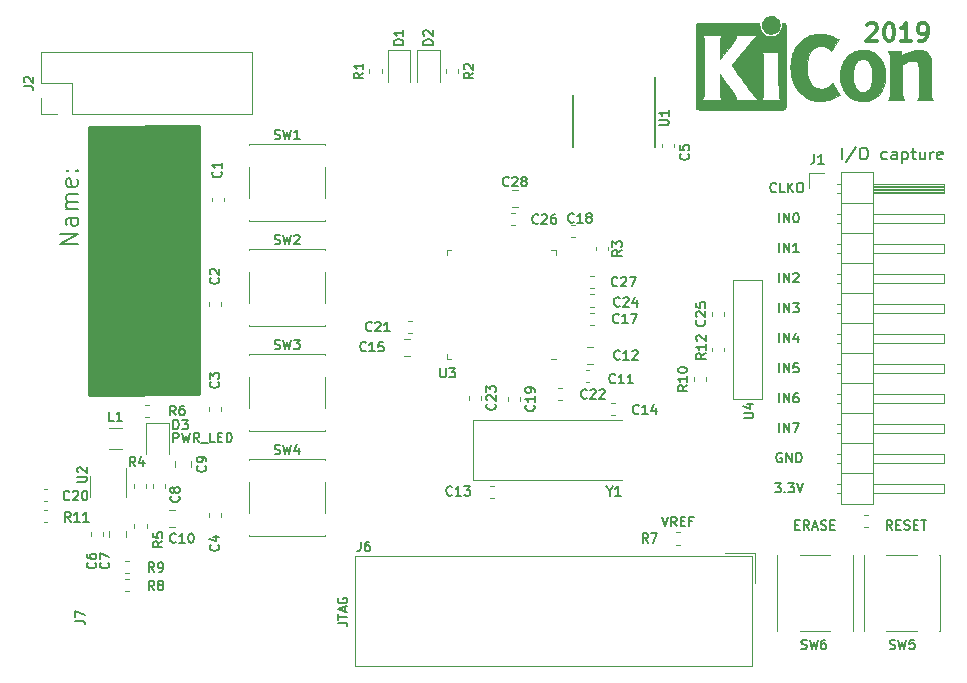
<source format=gbr>
G04 #@! TF.GenerationSoftware,KiCad,Pcbnew,5.1.6*
G04 #@! TF.CreationDate,2020-08-20T20:45:38+02:00*
G04 #@! TF.ProjectId,kicon19-badge,6b69636f-6e31-4392-9d62-616467652e6b,rev?*
G04 #@! TF.SameCoordinates,Original*
G04 #@! TF.FileFunction,Legend,Top*
G04 #@! TF.FilePolarity,Positive*
%FSLAX46Y46*%
G04 Gerber Fmt 4.6, Leading zero omitted, Abs format (unit mm)*
G04 Created by KiCad (PCBNEW 5.1.6) date 2020-08-20 20:45:38*
%MOMM*%
%LPD*%
G01*
G04 APERTURE LIST*
%ADD10C,0.300000*%
%ADD11C,0.150000*%
%ADD12C,0.200000*%
%ADD13C,0.010000*%
%ADD14C,0.120000*%
%ADD15C,0.254000*%
G04 APERTURE END LIST*
D10*
X178628571Y-71321428D02*
X178700000Y-71250000D01*
X178842857Y-71178571D01*
X179200000Y-71178571D01*
X179342857Y-71250000D01*
X179414285Y-71321428D01*
X179485714Y-71464285D01*
X179485714Y-71607142D01*
X179414285Y-71821428D01*
X178557142Y-72678571D01*
X179485714Y-72678571D01*
X180414285Y-71178571D02*
X180557142Y-71178571D01*
X180700000Y-71250000D01*
X180771428Y-71321428D01*
X180842857Y-71464285D01*
X180914285Y-71750000D01*
X180914285Y-72107142D01*
X180842857Y-72392857D01*
X180771428Y-72535714D01*
X180700000Y-72607142D01*
X180557142Y-72678571D01*
X180414285Y-72678571D01*
X180271428Y-72607142D01*
X180200000Y-72535714D01*
X180128571Y-72392857D01*
X180057142Y-72107142D01*
X180057142Y-71750000D01*
X180128571Y-71464285D01*
X180200000Y-71321428D01*
X180271428Y-71250000D01*
X180414285Y-71178571D01*
X182342857Y-72678571D02*
X181485714Y-72678571D01*
X181914285Y-72678571D02*
X181914285Y-71178571D01*
X181771428Y-71392857D01*
X181628571Y-71535714D01*
X181485714Y-71607142D01*
X183057142Y-72678571D02*
X183342857Y-72678571D01*
X183485714Y-72607142D01*
X183557142Y-72535714D01*
X183700000Y-72321428D01*
X183771428Y-72035714D01*
X183771428Y-71464285D01*
X183700000Y-71321428D01*
X183628571Y-71250000D01*
X183485714Y-71178571D01*
X183200000Y-71178571D01*
X183057142Y-71250000D01*
X182985714Y-71321428D01*
X182914285Y-71464285D01*
X182914285Y-71821428D01*
X182985714Y-71964285D01*
X183057142Y-72035714D01*
X183200000Y-72107142D01*
X183485714Y-72107142D01*
X183628571Y-72035714D01*
X183700000Y-71964285D01*
X183771428Y-71821428D01*
D11*
X133811904Y-121933333D02*
X134383333Y-121933333D01*
X134497619Y-121971428D01*
X134573809Y-122047619D01*
X134611904Y-122161904D01*
X134611904Y-122238095D01*
X133811904Y-121666666D02*
X133811904Y-121209523D01*
X134611904Y-121438095D02*
X133811904Y-121438095D01*
X134383333Y-120980952D02*
X134383333Y-120600000D01*
X134611904Y-121057142D02*
X133811904Y-120790476D01*
X134611904Y-120523809D01*
X133850000Y-119838095D02*
X133811904Y-119914285D01*
X133811904Y-120028571D01*
X133850000Y-120142857D01*
X133926190Y-120219047D01*
X134002380Y-120257142D01*
X134154761Y-120295238D01*
X134269047Y-120295238D01*
X134421428Y-120257142D01*
X134497619Y-120219047D01*
X134573809Y-120142857D01*
X134611904Y-120028571D01*
X134611904Y-119952380D01*
X134573809Y-119838095D01*
X134535714Y-119800000D01*
X134269047Y-119800000D01*
X134269047Y-119952380D01*
X176511904Y-82702380D02*
X176511904Y-81702380D01*
X177702380Y-81654761D02*
X176845238Y-82940476D01*
X178226190Y-81702380D02*
X178416666Y-81702380D01*
X178511904Y-81750000D01*
X178607142Y-81845238D01*
X178654761Y-82035714D01*
X178654761Y-82369047D01*
X178607142Y-82559523D01*
X178511904Y-82654761D01*
X178416666Y-82702380D01*
X178226190Y-82702380D01*
X178130952Y-82654761D01*
X178035714Y-82559523D01*
X177988095Y-82369047D01*
X177988095Y-82035714D01*
X178035714Y-81845238D01*
X178130952Y-81750000D01*
X178226190Y-81702380D01*
X180273809Y-82654761D02*
X180178571Y-82702380D01*
X179988095Y-82702380D01*
X179892857Y-82654761D01*
X179845238Y-82607142D01*
X179797619Y-82511904D01*
X179797619Y-82226190D01*
X179845238Y-82130952D01*
X179892857Y-82083333D01*
X179988095Y-82035714D01*
X180178571Y-82035714D01*
X180273809Y-82083333D01*
X181130952Y-82702380D02*
X181130952Y-82178571D01*
X181083333Y-82083333D01*
X180988095Y-82035714D01*
X180797619Y-82035714D01*
X180702380Y-82083333D01*
X181130952Y-82654761D02*
X181035714Y-82702380D01*
X180797619Y-82702380D01*
X180702380Y-82654761D01*
X180654761Y-82559523D01*
X180654761Y-82464285D01*
X180702380Y-82369047D01*
X180797619Y-82321428D01*
X181035714Y-82321428D01*
X181130952Y-82273809D01*
X181607142Y-82035714D02*
X181607142Y-83035714D01*
X181607142Y-82083333D02*
X181702380Y-82035714D01*
X181892857Y-82035714D01*
X181988095Y-82083333D01*
X182035714Y-82130952D01*
X182083333Y-82226190D01*
X182083333Y-82511904D01*
X182035714Y-82607142D01*
X181988095Y-82654761D01*
X181892857Y-82702380D01*
X181702380Y-82702380D01*
X181607142Y-82654761D01*
X182369047Y-82035714D02*
X182750000Y-82035714D01*
X182511904Y-81702380D02*
X182511904Y-82559523D01*
X182559523Y-82654761D01*
X182654761Y-82702380D01*
X182750000Y-82702380D01*
X183511904Y-82035714D02*
X183511904Y-82702380D01*
X183083333Y-82035714D02*
X183083333Y-82559523D01*
X183130952Y-82654761D01*
X183226190Y-82702380D01*
X183369047Y-82702380D01*
X183464285Y-82654761D01*
X183511904Y-82607142D01*
X183988095Y-82702380D02*
X183988095Y-82035714D01*
X183988095Y-82226190D02*
X184035714Y-82130952D01*
X184083333Y-82083333D01*
X184178571Y-82035714D01*
X184273809Y-82035714D01*
X184988095Y-82654761D02*
X184892857Y-82702380D01*
X184702380Y-82702380D01*
X184607142Y-82654761D01*
X184559523Y-82559523D01*
X184559523Y-82178571D01*
X184607142Y-82083333D01*
X184702380Y-82035714D01*
X184892857Y-82035714D01*
X184988095Y-82083333D01*
X185035714Y-82178571D01*
X185035714Y-82273809D01*
X184559523Y-82369047D01*
D12*
X111778571Y-89857142D02*
X110278571Y-89857142D01*
X111778571Y-89000000D01*
X110278571Y-89000000D01*
X111778571Y-87642857D02*
X110992857Y-87642857D01*
X110850000Y-87714285D01*
X110778571Y-87857142D01*
X110778571Y-88142857D01*
X110850000Y-88285714D01*
X111707142Y-87642857D02*
X111778571Y-87785714D01*
X111778571Y-88142857D01*
X111707142Y-88285714D01*
X111564285Y-88357142D01*
X111421428Y-88357142D01*
X111278571Y-88285714D01*
X111207142Y-88142857D01*
X111207142Y-87785714D01*
X111135714Y-87642857D01*
X111778571Y-86928571D02*
X110778571Y-86928571D01*
X110921428Y-86928571D02*
X110850000Y-86857142D01*
X110778571Y-86714285D01*
X110778571Y-86500000D01*
X110850000Y-86357142D01*
X110992857Y-86285714D01*
X111778571Y-86285714D01*
X110992857Y-86285714D02*
X110850000Y-86214285D01*
X110778571Y-86071428D01*
X110778571Y-85857142D01*
X110850000Y-85714285D01*
X110992857Y-85642857D01*
X111778571Y-85642857D01*
X111707142Y-84357142D02*
X111778571Y-84500000D01*
X111778571Y-84785714D01*
X111707142Y-84928571D01*
X111564285Y-85000000D01*
X110992857Y-85000000D01*
X110850000Y-84928571D01*
X110778571Y-84785714D01*
X110778571Y-84500000D01*
X110850000Y-84357142D01*
X110992857Y-84285714D01*
X111135714Y-84285714D01*
X111278571Y-85000000D01*
X111635714Y-83642857D02*
X111707142Y-83571428D01*
X111778571Y-83642857D01*
X111707142Y-83714285D01*
X111635714Y-83642857D01*
X111778571Y-83642857D01*
X110850000Y-83642857D02*
X110921428Y-83571428D01*
X110992857Y-83642857D01*
X110921428Y-83714285D01*
X110850000Y-83642857D01*
X110992857Y-83642857D01*
D11*
X119887976Y-106661904D02*
X119887976Y-105861904D01*
X120192738Y-105861904D01*
X120268928Y-105900000D01*
X120307023Y-105938095D01*
X120345119Y-106014285D01*
X120345119Y-106128571D01*
X120307023Y-106204761D01*
X120268928Y-106242857D01*
X120192738Y-106280952D01*
X119887976Y-106280952D01*
X120611785Y-105861904D02*
X120802261Y-106661904D01*
X120954642Y-106090476D01*
X121107023Y-106661904D01*
X121297500Y-105861904D01*
X122059404Y-106661904D02*
X121792738Y-106280952D01*
X121602261Y-106661904D02*
X121602261Y-105861904D01*
X121907023Y-105861904D01*
X121983214Y-105900000D01*
X122021309Y-105938095D01*
X122059404Y-106014285D01*
X122059404Y-106128571D01*
X122021309Y-106204761D01*
X121983214Y-106242857D01*
X121907023Y-106280952D01*
X121602261Y-106280952D01*
X122211785Y-106738095D02*
X122821309Y-106738095D01*
X123392738Y-106661904D02*
X123011785Y-106661904D01*
X123011785Y-105861904D01*
X123659404Y-106242857D02*
X123926071Y-106242857D01*
X124040357Y-106661904D02*
X123659404Y-106661904D01*
X123659404Y-105861904D01*
X124040357Y-105861904D01*
X124383214Y-106661904D02*
X124383214Y-105861904D01*
X124573690Y-105861904D01*
X124687976Y-105900000D01*
X124764166Y-105976190D01*
X124802261Y-106052380D01*
X124840357Y-106204761D01*
X124840357Y-106319047D01*
X124802261Y-106471428D01*
X124764166Y-106547619D01*
X124687976Y-106623809D01*
X124573690Y-106661904D01*
X124383214Y-106661904D01*
X161228571Y-112961904D02*
X161495238Y-113761904D01*
X161761904Y-112961904D01*
X162485714Y-113761904D02*
X162219047Y-113380952D01*
X162028571Y-113761904D02*
X162028571Y-112961904D01*
X162333333Y-112961904D01*
X162409523Y-113000000D01*
X162447619Y-113038095D01*
X162485714Y-113114285D01*
X162485714Y-113228571D01*
X162447619Y-113304761D01*
X162409523Y-113342857D01*
X162333333Y-113380952D01*
X162028571Y-113380952D01*
X162828571Y-113342857D02*
X163095238Y-113342857D01*
X163209523Y-113761904D02*
X162828571Y-113761904D01*
X162828571Y-112961904D01*
X163209523Y-112961904D01*
X163819047Y-113342857D02*
X163552380Y-113342857D01*
X163552380Y-113761904D02*
X163552380Y-112961904D01*
X163933333Y-112961904D01*
X171200000Y-105821904D02*
X171200000Y-105021904D01*
X171580952Y-105821904D02*
X171580952Y-105021904D01*
X172038095Y-105821904D01*
X172038095Y-105021904D01*
X172342857Y-105021904D02*
X172876190Y-105021904D01*
X172533333Y-105821904D01*
X171200000Y-103281904D02*
X171200000Y-102481904D01*
X171580952Y-103281904D02*
X171580952Y-102481904D01*
X172038095Y-103281904D01*
X172038095Y-102481904D01*
X172761904Y-102481904D02*
X172609523Y-102481904D01*
X172533333Y-102520000D01*
X172495238Y-102558095D01*
X172419047Y-102672380D01*
X172380952Y-102824761D01*
X172380952Y-103129523D01*
X172419047Y-103205714D01*
X172457142Y-103243809D01*
X172533333Y-103281904D01*
X172685714Y-103281904D01*
X172761904Y-103243809D01*
X172800000Y-103205714D01*
X172838095Y-103129523D01*
X172838095Y-102939047D01*
X172800000Y-102862857D01*
X172761904Y-102824761D01*
X172685714Y-102786666D01*
X172533333Y-102786666D01*
X172457142Y-102824761D01*
X172419047Y-102862857D01*
X172380952Y-102939047D01*
X171200000Y-100741904D02*
X171200000Y-99941904D01*
X171580952Y-100741904D02*
X171580952Y-99941904D01*
X172038095Y-100741904D01*
X172038095Y-99941904D01*
X172800000Y-99941904D02*
X172419047Y-99941904D01*
X172380952Y-100322857D01*
X172419047Y-100284761D01*
X172495238Y-100246666D01*
X172685714Y-100246666D01*
X172761904Y-100284761D01*
X172800000Y-100322857D01*
X172838095Y-100399047D01*
X172838095Y-100589523D01*
X172800000Y-100665714D01*
X172761904Y-100703809D01*
X172685714Y-100741904D01*
X172495238Y-100741904D01*
X172419047Y-100703809D01*
X172380952Y-100665714D01*
X171200000Y-98201904D02*
X171200000Y-97401904D01*
X171580952Y-98201904D02*
X171580952Y-97401904D01*
X172038095Y-98201904D01*
X172038095Y-97401904D01*
X172761904Y-97668571D02*
X172761904Y-98201904D01*
X172571428Y-97363809D02*
X172380952Y-97935238D01*
X172876190Y-97935238D01*
X171200000Y-95661904D02*
X171200000Y-94861904D01*
X171580952Y-95661904D02*
X171580952Y-94861904D01*
X172038095Y-95661904D01*
X172038095Y-94861904D01*
X172342857Y-94861904D02*
X172838095Y-94861904D01*
X172571428Y-95166666D01*
X172685714Y-95166666D01*
X172761904Y-95204761D01*
X172800000Y-95242857D01*
X172838095Y-95319047D01*
X172838095Y-95509523D01*
X172800000Y-95585714D01*
X172761904Y-95623809D01*
X172685714Y-95661904D01*
X172457142Y-95661904D01*
X172380952Y-95623809D01*
X172342857Y-95585714D01*
X171200000Y-93121904D02*
X171200000Y-92321904D01*
X171580952Y-93121904D02*
X171580952Y-92321904D01*
X172038095Y-93121904D01*
X172038095Y-92321904D01*
X172380952Y-92398095D02*
X172419047Y-92360000D01*
X172495238Y-92321904D01*
X172685714Y-92321904D01*
X172761904Y-92360000D01*
X172800000Y-92398095D01*
X172838095Y-92474285D01*
X172838095Y-92550476D01*
X172800000Y-92664761D01*
X172342857Y-93121904D01*
X172838095Y-93121904D01*
X171200000Y-90581904D02*
X171200000Y-89781904D01*
X171580952Y-90581904D02*
X171580952Y-89781904D01*
X172038095Y-90581904D01*
X172038095Y-89781904D01*
X172838095Y-90581904D02*
X172380952Y-90581904D01*
X172609523Y-90581904D02*
X172609523Y-89781904D01*
X172533333Y-89896190D01*
X172457142Y-89972380D01*
X172380952Y-90010476D01*
X171200000Y-88041904D02*
X171200000Y-87241904D01*
X171580952Y-88041904D02*
X171580952Y-87241904D01*
X172038095Y-88041904D01*
X172038095Y-87241904D01*
X172571428Y-87241904D02*
X172647619Y-87241904D01*
X172723809Y-87280000D01*
X172761904Y-87318095D01*
X172800000Y-87394285D01*
X172838095Y-87546666D01*
X172838095Y-87737142D01*
X172800000Y-87889523D01*
X172761904Y-87965714D01*
X172723809Y-88003809D01*
X172647619Y-88041904D01*
X172571428Y-88041904D01*
X172495238Y-88003809D01*
X172457142Y-87965714D01*
X172419047Y-87889523D01*
X172380952Y-87737142D01*
X172380952Y-87546666D01*
X172419047Y-87394285D01*
X172457142Y-87318095D01*
X172495238Y-87280000D01*
X172571428Y-87241904D01*
X170904761Y-85425714D02*
X170866666Y-85463809D01*
X170752380Y-85501904D01*
X170676190Y-85501904D01*
X170561904Y-85463809D01*
X170485714Y-85387619D01*
X170447619Y-85311428D01*
X170409523Y-85159047D01*
X170409523Y-85044761D01*
X170447619Y-84892380D01*
X170485714Y-84816190D01*
X170561904Y-84740000D01*
X170676190Y-84701904D01*
X170752380Y-84701904D01*
X170866666Y-84740000D01*
X170904761Y-84778095D01*
X171628571Y-85501904D02*
X171247619Y-85501904D01*
X171247619Y-84701904D01*
X171895238Y-85501904D02*
X171895238Y-84701904D01*
X172352380Y-85501904D02*
X172009523Y-85044761D01*
X172352380Y-84701904D02*
X171895238Y-85159047D01*
X172847619Y-84701904D02*
X173000000Y-84701904D01*
X173076190Y-84740000D01*
X173152380Y-84816190D01*
X173190476Y-84968571D01*
X173190476Y-85235238D01*
X173152380Y-85387619D01*
X173076190Y-85463809D01*
X173000000Y-85501904D01*
X172847619Y-85501904D01*
X172771428Y-85463809D01*
X172695238Y-85387619D01*
X172657142Y-85235238D01*
X172657142Y-84968571D01*
X172695238Y-84816190D01*
X172771428Y-84740000D01*
X172847619Y-84701904D01*
X171390476Y-107600000D02*
X171314285Y-107561904D01*
X171200000Y-107561904D01*
X171085714Y-107600000D01*
X171009523Y-107676190D01*
X170971428Y-107752380D01*
X170933333Y-107904761D01*
X170933333Y-108019047D01*
X170971428Y-108171428D01*
X171009523Y-108247619D01*
X171085714Y-108323809D01*
X171200000Y-108361904D01*
X171276190Y-108361904D01*
X171390476Y-108323809D01*
X171428571Y-108285714D01*
X171428571Y-108019047D01*
X171276190Y-108019047D01*
X171771428Y-108361904D02*
X171771428Y-107561904D01*
X172228571Y-108361904D01*
X172228571Y-107561904D01*
X172609523Y-108361904D02*
X172609523Y-107561904D01*
X172800000Y-107561904D01*
X172914285Y-107600000D01*
X172990476Y-107676190D01*
X173028571Y-107752380D01*
X173066666Y-107904761D01*
X173066666Y-108019047D01*
X173028571Y-108171428D01*
X172990476Y-108247619D01*
X172914285Y-108323809D01*
X172800000Y-108361904D01*
X172609523Y-108361904D01*
X170819047Y-110101904D02*
X171314285Y-110101904D01*
X171047619Y-110406666D01*
X171161904Y-110406666D01*
X171238095Y-110444761D01*
X171276190Y-110482857D01*
X171314285Y-110559047D01*
X171314285Y-110749523D01*
X171276190Y-110825714D01*
X171238095Y-110863809D01*
X171161904Y-110901904D01*
X170933333Y-110901904D01*
X170857142Y-110863809D01*
X170819047Y-110825714D01*
X171657142Y-110825714D02*
X171695238Y-110863809D01*
X171657142Y-110901904D01*
X171619047Y-110863809D01*
X171657142Y-110825714D01*
X171657142Y-110901904D01*
X171961904Y-110101904D02*
X172457142Y-110101904D01*
X172190476Y-110406666D01*
X172304761Y-110406666D01*
X172380952Y-110444761D01*
X172419047Y-110482857D01*
X172457142Y-110559047D01*
X172457142Y-110749523D01*
X172419047Y-110825714D01*
X172380952Y-110863809D01*
X172304761Y-110901904D01*
X172076190Y-110901904D01*
X172000000Y-110863809D01*
X171961904Y-110825714D01*
X172685714Y-110101904D02*
X172952380Y-110901904D01*
X173219047Y-110101904D01*
X172542857Y-113642857D02*
X172809523Y-113642857D01*
X172923809Y-114061904D02*
X172542857Y-114061904D01*
X172542857Y-113261904D01*
X172923809Y-113261904D01*
X173723809Y-114061904D02*
X173457142Y-113680952D01*
X173266666Y-114061904D02*
X173266666Y-113261904D01*
X173571428Y-113261904D01*
X173647619Y-113300000D01*
X173685714Y-113338095D01*
X173723809Y-113414285D01*
X173723809Y-113528571D01*
X173685714Y-113604761D01*
X173647619Y-113642857D01*
X173571428Y-113680952D01*
X173266666Y-113680952D01*
X174028571Y-113833333D02*
X174409523Y-113833333D01*
X173952380Y-114061904D02*
X174219047Y-113261904D01*
X174485714Y-114061904D01*
X174714285Y-114023809D02*
X174828571Y-114061904D01*
X175019047Y-114061904D01*
X175095238Y-114023809D01*
X175133333Y-113985714D01*
X175171428Y-113909523D01*
X175171428Y-113833333D01*
X175133333Y-113757142D01*
X175095238Y-113719047D01*
X175019047Y-113680952D01*
X174866666Y-113642857D01*
X174790476Y-113604761D01*
X174752380Y-113566666D01*
X174714285Y-113490476D01*
X174714285Y-113414285D01*
X174752380Y-113338095D01*
X174790476Y-113300000D01*
X174866666Y-113261904D01*
X175057142Y-113261904D01*
X175171428Y-113300000D01*
X175514285Y-113642857D02*
X175780952Y-113642857D01*
X175895238Y-114061904D02*
X175514285Y-114061904D01*
X175514285Y-113261904D01*
X175895238Y-113261904D01*
X180738095Y-114061904D02*
X180471428Y-113680952D01*
X180280952Y-114061904D02*
X180280952Y-113261904D01*
X180585714Y-113261904D01*
X180661904Y-113300000D01*
X180700000Y-113338095D01*
X180738095Y-113414285D01*
X180738095Y-113528571D01*
X180700000Y-113604761D01*
X180661904Y-113642857D01*
X180585714Y-113680952D01*
X180280952Y-113680952D01*
X181080952Y-113642857D02*
X181347619Y-113642857D01*
X181461904Y-114061904D02*
X181080952Y-114061904D01*
X181080952Y-113261904D01*
X181461904Y-113261904D01*
X181766666Y-114023809D02*
X181880952Y-114061904D01*
X182071428Y-114061904D01*
X182147619Y-114023809D01*
X182185714Y-113985714D01*
X182223809Y-113909523D01*
X182223809Y-113833333D01*
X182185714Y-113757142D01*
X182147619Y-113719047D01*
X182071428Y-113680952D01*
X181919047Y-113642857D01*
X181842857Y-113604761D01*
X181804761Y-113566666D01*
X181766666Y-113490476D01*
X181766666Y-113414285D01*
X181804761Y-113338095D01*
X181842857Y-113300000D01*
X181919047Y-113261904D01*
X182109523Y-113261904D01*
X182223809Y-113300000D01*
X182566666Y-113642857D02*
X182833333Y-113642857D01*
X182947619Y-114061904D02*
X182566666Y-114061904D01*
X182566666Y-113261904D01*
X182947619Y-113261904D01*
X183176190Y-113261904D02*
X183633333Y-113261904D01*
X183404761Y-114061904D02*
X183404761Y-113261904D01*
D13*
G36*
X178364349Y-73426766D02*
G01*
X178434463Y-73431988D01*
X178676918Y-73466996D01*
X178898423Y-73524572D01*
X179101415Y-73605812D01*
X179288334Y-73711815D01*
X179461619Y-73843678D01*
X179565076Y-73940716D01*
X179727843Y-74127668D01*
X179866465Y-74334912D01*
X179980565Y-74561685D01*
X180069764Y-74807226D01*
X180133684Y-75070772D01*
X180138083Y-75094781D01*
X180157255Y-75236130D01*
X180169226Y-75398623D01*
X180173997Y-75572485D01*
X180171568Y-75747937D01*
X180161939Y-75915201D01*
X180145109Y-76064500D01*
X180138083Y-76107555D01*
X180078524Y-76365081D01*
X179995509Y-76605491D01*
X179890227Y-76827414D01*
X179763863Y-77029479D01*
X179617605Y-77210317D01*
X179452639Y-77368557D01*
X179270153Y-77502829D01*
X179071334Y-77611761D01*
X178857369Y-77693983D01*
X178735567Y-77726883D01*
X178580098Y-77755104D01*
X178408184Y-77772975D01*
X178233711Y-77779534D01*
X178070565Y-77773820D01*
X178064680Y-77773340D01*
X177893426Y-77750760D01*
X177718258Y-77712595D01*
X177548735Y-77661592D01*
X177394417Y-77600495D01*
X177302910Y-77554511D01*
X177124508Y-77436894D01*
X176961729Y-77293650D01*
X176815453Y-77127271D01*
X176686560Y-76940249D01*
X176575931Y-76735077D01*
X176484447Y-76514247D01*
X176412988Y-76280253D01*
X176362434Y-76035585D01*
X176333666Y-75782738D01*
X176330151Y-75633794D01*
X177446311Y-75633794D01*
X177447720Y-75760124D01*
X177451000Y-75878079D01*
X177456149Y-75980981D01*
X177463168Y-76062152D01*
X177467307Y-76092073D01*
X177507417Y-76288532D01*
X177557988Y-76456900D01*
X177619893Y-76599353D01*
X177694001Y-76718066D01*
X177740144Y-76773882D01*
X177828836Y-76859372D01*
X177919447Y-76920780D01*
X178018546Y-76960690D01*
X178132707Y-76981684D01*
X178268499Y-76986345D01*
X178280130Y-76986099D01*
X178357775Y-76983481D01*
X178414033Y-76978605D01*
X178459266Y-76969180D01*
X178503837Y-76952917D01*
X178558107Y-76927526D01*
X178568604Y-76922354D01*
X178683147Y-76851470D01*
X178781818Y-76759314D01*
X178865007Y-76644844D01*
X178933105Y-76507016D01*
X178986502Y-76344789D01*
X179025589Y-76157118D01*
X179050757Y-75942961D01*
X179062396Y-75701276D01*
X179063353Y-75601168D01*
X179056775Y-75348487D01*
X179036784Y-75123734D01*
X179002996Y-74925882D01*
X178955028Y-74753905D01*
X178892495Y-74606777D01*
X178815015Y-74483472D01*
X178722202Y-74382963D01*
X178613673Y-74304224D01*
X178569248Y-74280300D01*
X178508552Y-74251726D01*
X178459116Y-74233577D01*
X178409128Y-74223032D01*
X178346773Y-74217270D01*
X178294855Y-74214788D01*
X178140567Y-74220482D01*
X178002705Y-74251019D01*
X177880730Y-74306981D01*
X177774107Y-74388951D01*
X177682296Y-74497509D01*
X177604760Y-74633239D01*
X177540962Y-74796721D01*
X177490363Y-74988537D01*
X177467307Y-75110263D01*
X177459368Y-75178292D01*
X177453299Y-75271339D01*
X177449100Y-75382723D01*
X177446770Y-75505768D01*
X177446311Y-75633794D01*
X176330151Y-75633794D01*
X176327564Y-75524203D01*
X176345010Y-75262473D01*
X176386883Y-75000040D01*
X176392003Y-74975903D01*
X176459237Y-74729765D01*
X176550000Y-74500000D01*
X176662835Y-74288248D01*
X176796285Y-74096149D01*
X176948891Y-73925343D01*
X177119197Y-73777467D01*
X177305743Y-73654162D01*
X177507073Y-73557067D01*
X177713278Y-73489941D01*
X177926743Y-73447853D01*
X178147982Y-73426456D01*
X178364349Y-73426766D01*
G37*
X178364349Y-73426766D02*
X178434463Y-73431988D01*
X178676918Y-73466996D01*
X178898423Y-73524572D01*
X179101415Y-73605812D01*
X179288334Y-73711815D01*
X179461619Y-73843678D01*
X179565076Y-73940716D01*
X179727843Y-74127668D01*
X179866465Y-74334912D01*
X179980565Y-74561685D01*
X180069764Y-74807226D01*
X180133684Y-75070772D01*
X180138083Y-75094781D01*
X180157255Y-75236130D01*
X180169226Y-75398623D01*
X180173997Y-75572485D01*
X180171568Y-75747937D01*
X180161939Y-75915201D01*
X180145109Y-76064500D01*
X180138083Y-76107555D01*
X180078524Y-76365081D01*
X179995509Y-76605491D01*
X179890227Y-76827414D01*
X179763863Y-77029479D01*
X179617605Y-77210317D01*
X179452639Y-77368557D01*
X179270153Y-77502829D01*
X179071334Y-77611761D01*
X178857369Y-77693983D01*
X178735567Y-77726883D01*
X178580098Y-77755104D01*
X178408184Y-77772975D01*
X178233711Y-77779534D01*
X178070565Y-77773820D01*
X178064680Y-77773340D01*
X177893426Y-77750760D01*
X177718258Y-77712595D01*
X177548735Y-77661592D01*
X177394417Y-77600495D01*
X177302910Y-77554511D01*
X177124508Y-77436894D01*
X176961729Y-77293650D01*
X176815453Y-77127271D01*
X176686560Y-76940249D01*
X176575931Y-76735077D01*
X176484447Y-76514247D01*
X176412988Y-76280253D01*
X176362434Y-76035585D01*
X176333666Y-75782738D01*
X176330151Y-75633794D01*
X177446311Y-75633794D01*
X177447720Y-75760124D01*
X177451000Y-75878079D01*
X177456149Y-75980981D01*
X177463168Y-76062152D01*
X177467307Y-76092073D01*
X177507417Y-76288532D01*
X177557988Y-76456900D01*
X177619893Y-76599353D01*
X177694001Y-76718066D01*
X177740144Y-76773882D01*
X177828836Y-76859372D01*
X177919447Y-76920780D01*
X178018546Y-76960690D01*
X178132707Y-76981684D01*
X178268499Y-76986345D01*
X178280130Y-76986099D01*
X178357775Y-76983481D01*
X178414033Y-76978605D01*
X178459266Y-76969180D01*
X178503837Y-76952917D01*
X178558107Y-76927526D01*
X178568604Y-76922354D01*
X178683147Y-76851470D01*
X178781818Y-76759314D01*
X178865007Y-76644844D01*
X178933105Y-76507016D01*
X178986502Y-76344789D01*
X179025589Y-76157118D01*
X179050757Y-75942961D01*
X179062396Y-75701276D01*
X179063353Y-75601168D01*
X179056775Y-75348487D01*
X179036784Y-75123734D01*
X179002996Y-74925882D01*
X178955028Y-74753905D01*
X178892495Y-74606777D01*
X178815015Y-74483472D01*
X178722202Y-74382963D01*
X178613673Y-74304224D01*
X178569248Y-74280300D01*
X178508552Y-74251726D01*
X178459116Y-74233577D01*
X178409128Y-74223032D01*
X178346773Y-74217270D01*
X178294855Y-74214788D01*
X178140567Y-74220482D01*
X178002705Y-74251019D01*
X177880730Y-74306981D01*
X177774107Y-74388951D01*
X177682296Y-74497509D01*
X177604760Y-74633239D01*
X177540962Y-74796721D01*
X177490363Y-74988537D01*
X177467307Y-75110263D01*
X177459368Y-75178292D01*
X177453299Y-75271339D01*
X177449100Y-75382723D01*
X177446770Y-75505768D01*
X177446311Y-75633794D01*
X176330151Y-75633794D01*
X176327564Y-75524203D01*
X176345010Y-75262473D01*
X176386883Y-75000040D01*
X176392003Y-74975903D01*
X176459237Y-74729765D01*
X176550000Y-74500000D01*
X176662835Y-74288248D01*
X176796285Y-74096149D01*
X176948891Y-73925343D01*
X177119197Y-73777467D01*
X177305743Y-73654162D01*
X177507073Y-73557067D01*
X177713278Y-73489941D01*
X177926743Y-73447853D01*
X178147982Y-73426456D01*
X178364349Y-73426766D01*
G36*
X183095293Y-73439121D02*
G01*
X183218126Y-73449532D01*
X183325270Y-73468994D01*
X183424465Y-73499003D01*
X183523449Y-73541053D01*
X183544345Y-73551260D01*
X183684577Y-73637209D01*
X183802967Y-73744975D01*
X183900462Y-73875698D01*
X183978008Y-74030519D01*
X184006447Y-74107750D01*
X184011206Y-74123526D01*
X184015445Y-74141903D01*
X184019205Y-74164799D01*
X184022530Y-74194133D01*
X184025464Y-74231826D01*
X184028049Y-74279796D01*
X184030330Y-74339962D01*
X184032348Y-74414245D01*
X184034149Y-74504562D01*
X184035774Y-74612835D01*
X184037266Y-74740982D01*
X184038671Y-74890922D01*
X184040030Y-75064575D01*
X184041386Y-75263861D01*
X184042784Y-75490697D01*
X184044266Y-75747005D01*
X184044556Y-75798437D01*
X184046407Y-76099855D01*
X184048391Y-76369898D01*
X184050513Y-76608944D01*
X184052779Y-76817367D01*
X184055197Y-76995543D01*
X184057770Y-77143849D01*
X184060506Y-77262659D01*
X184063411Y-77352350D01*
X184066490Y-77413297D01*
X184069750Y-77445877D01*
X184070829Y-77450364D01*
X184119700Y-77560279D01*
X184182027Y-77659781D01*
X184220648Y-77711375D01*
X183521340Y-77711375D01*
X183375776Y-77711177D01*
X183240469Y-77710612D01*
X183118622Y-77709722D01*
X183013437Y-77708546D01*
X182928117Y-77707127D01*
X182865864Y-77705505D01*
X182829879Y-77703722D01*
X182822033Y-77702378D01*
X182830796Y-77685235D01*
X182852669Y-77653433D01*
X182861244Y-77641973D01*
X182891596Y-77596089D01*
X182923639Y-77538650D01*
X182936650Y-77512063D01*
X182972845Y-77433562D01*
X182977242Y-76069880D01*
X182978053Y-75820945D01*
X182978695Y-75601709D01*
X182979041Y-75410120D01*
X182978966Y-75244127D01*
X182978341Y-75101679D01*
X182977040Y-74980725D01*
X182974937Y-74879213D01*
X182971903Y-74795093D01*
X182967814Y-74726311D01*
X182962541Y-74670819D01*
X182955959Y-74626563D01*
X182947939Y-74591494D01*
X182938356Y-74563559D01*
X182927083Y-74540708D01*
X182913992Y-74520888D01*
X182898958Y-74502050D01*
X182881852Y-74482141D01*
X182878872Y-74478669D01*
X182827357Y-74430844D01*
X182763737Y-74388265D01*
X182739379Y-74375908D01*
X182699881Y-74359612D01*
X182661850Y-74348757D01*
X182617406Y-74342297D01*
X182558667Y-74339187D01*
X182477755Y-74338379D01*
X182456908Y-74338405D01*
X182369696Y-74339293D01*
X182304128Y-74342491D01*
X182250106Y-74349516D01*
X182197533Y-74361886D01*
X182136313Y-74381118D01*
X182107658Y-74390895D01*
X181957426Y-74450872D01*
X181803342Y-74526827D01*
X181662081Y-74610520D01*
X181658456Y-74612906D01*
X181598193Y-74652688D01*
X181603371Y-76019313D01*
X181604278Y-76266155D01*
X181605110Y-76483359D01*
X181606017Y-76673036D01*
X181607149Y-76837294D01*
X181608655Y-76978246D01*
X181610687Y-77098002D01*
X181613394Y-77198672D01*
X181616926Y-77282368D01*
X181621433Y-77351199D01*
X181627065Y-77407276D01*
X181633973Y-77452710D01*
X181642305Y-77489612D01*
X181652212Y-77520092D01*
X181663844Y-77546260D01*
X181677352Y-77570228D01*
X181692884Y-77594105D01*
X181710592Y-77620004D01*
X181717899Y-77630780D01*
X181772135Y-77711375D01*
X180379599Y-77711375D01*
X180434566Y-77620093D01*
X180450000Y-77594974D01*
X180463787Y-77572487D01*
X180476022Y-77550795D01*
X180486796Y-77528063D01*
X180496203Y-77502455D01*
X180504333Y-77472136D01*
X180511281Y-77435269D01*
X180517138Y-77390020D01*
X180521997Y-77334551D01*
X180525951Y-77267028D01*
X180529092Y-77185614D01*
X180531512Y-77088475D01*
X180533304Y-76973773D01*
X180534561Y-76839674D01*
X180535374Y-76684341D01*
X180535838Y-76505939D01*
X180536043Y-76302632D01*
X180536083Y-76072584D01*
X180536050Y-75813960D01*
X180536033Y-75606470D01*
X180536012Y-75331144D01*
X180535932Y-75085737D01*
X180535762Y-74868420D01*
X180535476Y-74677361D01*
X180535042Y-74510731D01*
X180534433Y-74366699D01*
X180533619Y-74243436D01*
X180532573Y-74139109D01*
X180531264Y-74051890D01*
X180529664Y-73979948D01*
X180527744Y-73921453D01*
X180525476Y-73874573D01*
X180522830Y-73837479D01*
X180519778Y-73808341D01*
X180516290Y-73785328D01*
X180512338Y-73766609D01*
X180507893Y-73750355D01*
X180506692Y-73746433D01*
X180480912Y-73679588D01*
X180447040Y-73611657D01*
X180426555Y-73578331D01*
X180375757Y-73504500D01*
X181520283Y-73504500D01*
X181520283Y-73702937D01*
X181521293Y-73778108D01*
X181524054Y-73840215D01*
X181528155Y-73883245D01*
X181533189Y-73901190D01*
X181533772Y-73901375D01*
X181552092Y-73893614D01*
X181591324Y-73872590D01*
X181645344Y-73841693D01*
X181696491Y-73811301D01*
X181945690Y-73675622D01*
X182193138Y-73570876D01*
X182440822Y-73496468D01*
X182690733Y-73451802D01*
X182944860Y-73436282D01*
X182949033Y-73436267D01*
X183095293Y-73439121D01*
G37*
X183095293Y-73439121D02*
X183218126Y-73449532D01*
X183325270Y-73468994D01*
X183424465Y-73499003D01*
X183523449Y-73541053D01*
X183544345Y-73551260D01*
X183684577Y-73637209D01*
X183802967Y-73744975D01*
X183900462Y-73875698D01*
X183978008Y-74030519D01*
X184006447Y-74107750D01*
X184011206Y-74123526D01*
X184015445Y-74141903D01*
X184019205Y-74164799D01*
X184022530Y-74194133D01*
X184025464Y-74231826D01*
X184028049Y-74279796D01*
X184030330Y-74339962D01*
X184032348Y-74414245D01*
X184034149Y-74504562D01*
X184035774Y-74612835D01*
X184037266Y-74740982D01*
X184038671Y-74890922D01*
X184040030Y-75064575D01*
X184041386Y-75263861D01*
X184042784Y-75490697D01*
X184044266Y-75747005D01*
X184044556Y-75798437D01*
X184046407Y-76099855D01*
X184048391Y-76369898D01*
X184050513Y-76608944D01*
X184052779Y-76817367D01*
X184055197Y-76995543D01*
X184057770Y-77143849D01*
X184060506Y-77262659D01*
X184063411Y-77352350D01*
X184066490Y-77413297D01*
X184069750Y-77445877D01*
X184070829Y-77450364D01*
X184119700Y-77560279D01*
X184182027Y-77659781D01*
X184220648Y-77711375D01*
X183521340Y-77711375D01*
X183375776Y-77711177D01*
X183240469Y-77710612D01*
X183118622Y-77709722D01*
X183013437Y-77708546D01*
X182928117Y-77707127D01*
X182865864Y-77705505D01*
X182829879Y-77703722D01*
X182822033Y-77702378D01*
X182830796Y-77685235D01*
X182852669Y-77653433D01*
X182861244Y-77641973D01*
X182891596Y-77596089D01*
X182923639Y-77538650D01*
X182936650Y-77512063D01*
X182972845Y-77433562D01*
X182977242Y-76069880D01*
X182978053Y-75820945D01*
X182978695Y-75601709D01*
X182979041Y-75410120D01*
X182978966Y-75244127D01*
X182978341Y-75101679D01*
X182977040Y-74980725D01*
X182974937Y-74879213D01*
X182971903Y-74795093D01*
X182967814Y-74726311D01*
X182962541Y-74670819D01*
X182955959Y-74626563D01*
X182947939Y-74591494D01*
X182938356Y-74563559D01*
X182927083Y-74540708D01*
X182913992Y-74520888D01*
X182898958Y-74502050D01*
X182881852Y-74482141D01*
X182878872Y-74478669D01*
X182827357Y-74430844D01*
X182763737Y-74388265D01*
X182739379Y-74375908D01*
X182699881Y-74359612D01*
X182661850Y-74348757D01*
X182617406Y-74342297D01*
X182558667Y-74339187D01*
X182477755Y-74338379D01*
X182456908Y-74338405D01*
X182369696Y-74339293D01*
X182304128Y-74342491D01*
X182250106Y-74349516D01*
X182197533Y-74361886D01*
X182136313Y-74381118D01*
X182107658Y-74390895D01*
X181957426Y-74450872D01*
X181803342Y-74526827D01*
X181662081Y-74610520D01*
X181658456Y-74612906D01*
X181598193Y-74652688D01*
X181603371Y-76019313D01*
X181604278Y-76266155D01*
X181605110Y-76483359D01*
X181606017Y-76673036D01*
X181607149Y-76837294D01*
X181608655Y-76978246D01*
X181610687Y-77098002D01*
X181613394Y-77198672D01*
X181616926Y-77282368D01*
X181621433Y-77351199D01*
X181627065Y-77407276D01*
X181633973Y-77452710D01*
X181642305Y-77489612D01*
X181652212Y-77520092D01*
X181663844Y-77546260D01*
X181677352Y-77570228D01*
X181692884Y-77594105D01*
X181710592Y-77620004D01*
X181717899Y-77630780D01*
X181772135Y-77711375D01*
X180379599Y-77711375D01*
X180434566Y-77620093D01*
X180450000Y-77594974D01*
X180463787Y-77572487D01*
X180476022Y-77550795D01*
X180486796Y-77528063D01*
X180496203Y-77502455D01*
X180504333Y-77472136D01*
X180511281Y-77435269D01*
X180517138Y-77390020D01*
X180521997Y-77334551D01*
X180525951Y-77267028D01*
X180529092Y-77185614D01*
X180531512Y-77088475D01*
X180533304Y-76973773D01*
X180534561Y-76839674D01*
X180535374Y-76684341D01*
X180535838Y-76505939D01*
X180536043Y-76302632D01*
X180536083Y-76072584D01*
X180536050Y-75813960D01*
X180536033Y-75606470D01*
X180536012Y-75331144D01*
X180535932Y-75085737D01*
X180535762Y-74868420D01*
X180535476Y-74677361D01*
X180535042Y-74510731D01*
X180534433Y-74366699D01*
X180533619Y-74243436D01*
X180532573Y-74139109D01*
X180531264Y-74051890D01*
X180529664Y-73979948D01*
X180527744Y-73921453D01*
X180525476Y-73874573D01*
X180522830Y-73837479D01*
X180519778Y-73808341D01*
X180516290Y-73785328D01*
X180512338Y-73766609D01*
X180507893Y-73750355D01*
X180506692Y-73746433D01*
X180480912Y-73679588D01*
X180447040Y-73611657D01*
X180426555Y-73578331D01*
X180375757Y-73504500D01*
X181520283Y-73504500D01*
X181520283Y-73702937D01*
X181521293Y-73778108D01*
X181524054Y-73840215D01*
X181528155Y-73883245D01*
X181533189Y-73901190D01*
X181533772Y-73901375D01*
X181552092Y-73893614D01*
X181591324Y-73872590D01*
X181645344Y-73841693D01*
X181696491Y-73811301D01*
X181945690Y-73675622D01*
X182193138Y-73570876D01*
X182440822Y-73496468D01*
X182690733Y-73451802D01*
X182944860Y-73436282D01*
X182949033Y-73436267D01*
X183095293Y-73439121D01*
G36*
X170647682Y-70583933D02*
G01*
X170783929Y-70631172D01*
X170910779Y-70705527D01*
X171024067Y-70806987D01*
X171119628Y-70935543D01*
X171162554Y-71016572D01*
X171199705Y-71129908D01*
X171217712Y-71260751D01*
X171215717Y-71395265D01*
X171193577Y-71517158D01*
X171133064Y-71666107D01*
X171045314Y-71795309D01*
X170934788Y-71902223D01*
X170805946Y-71984306D01*
X170663247Y-72039016D01*
X170511151Y-72063810D01*
X170354119Y-72056147D01*
X170276714Y-72039772D01*
X170125859Y-71981089D01*
X169991875Y-71891543D01*
X169877994Y-71773893D01*
X169787448Y-71630902D01*
X169779788Y-71615286D01*
X169753306Y-71556686D01*
X169736678Y-71507334D01*
X169727650Y-71455270D01*
X169723968Y-71388539D01*
X169723357Y-71315929D01*
X169724367Y-71228691D01*
X169728928Y-71165624D01*
X169739334Y-71114636D01*
X169757879Y-71063633D01*
X169780770Y-71013313D01*
X169866154Y-70870470D01*
X169971301Y-70754810D01*
X170092045Y-70666325D01*
X170224221Y-70605005D01*
X170363663Y-70570839D01*
X170506205Y-70563818D01*
X170647682Y-70583933D01*
G37*
X170647682Y-70583933D02*
X170783929Y-70631172D01*
X170910779Y-70705527D01*
X171024067Y-70806987D01*
X171119628Y-70935543D01*
X171162554Y-71016572D01*
X171199705Y-71129908D01*
X171217712Y-71260751D01*
X171215717Y-71395265D01*
X171193577Y-71517158D01*
X171133064Y-71666107D01*
X171045314Y-71795309D01*
X170934788Y-71902223D01*
X170805946Y-71984306D01*
X170663247Y-72039016D01*
X170511151Y-72063810D01*
X170354119Y-72056147D01*
X170276714Y-72039772D01*
X170125859Y-71981089D01*
X169991875Y-71891543D01*
X169877994Y-71773893D01*
X169787448Y-71630902D01*
X169779788Y-71615286D01*
X169753306Y-71556686D01*
X169736678Y-71507334D01*
X169727650Y-71455270D01*
X169723968Y-71388539D01*
X169723357Y-71315929D01*
X169724367Y-71228691D01*
X169728928Y-71165624D01*
X169739334Y-71114636D01*
X169757879Y-71063633D01*
X169780770Y-71013313D01*
X169866154Y-70870470D01*
X169971301Y-70754810D01*
X170092045Y-70666325D01*
X170224221Y-70605005D01*
X170363663Y-70570839D01*
X170506205Y-70563818D01*
X170647682Y-70583933D01*
G36*
X174831378Y-72069231D02*
G01*
X175027019Y-72090649D01*
X175216562Y-72128985D01*
X175407717Y-72186238D01*
X175608196Y-72264409D01*
X175825708Y-72365496D01*
X175864880Y-72385076D01*
X175954772Y-72429362D01*
X176039553Y-72469239D01*
X176110855Y-72500898D01*
X176160310Y-72520532D01*
X176167908Y-72523004D01*
X176240714Y-72544817D01*
X175914803Y-73018944D01*
X175835123Y-73134823D01*
X175762272Y-73240694D01*
X175698730Y-73332962D01*
X175646972Y-73408033D01*
X175609477Y-73462313D01*
X175588723Y-73492207D01*
X175585351Y-73496941D01*
X175571655Y-73487042D01*
X175537943Y-73457285D01*
X175490244Y-73413073D01*
X175463920Y-73388084D01*
X175314772Y-73269456D01*
X175147268Y-73179313D01*
X175002928Y-73129936D01*
X174916283Y-73114429D01*
X174807796Y-73104979D01*
X174690227Y-73101761D01*
X174576334Y-73104951D01*
X174478879Y-73114724D01*
X174439990Y-73122209D01*
X174264712Y-73182512D01*
X174106765Y-73274590D01*
X173966268Y-73398273D01*
X173843335Y-73553393D01*
X173738085Y-73739781D01*
X173650635Y-73957270D01*
X173581100Y-74205692D01*
X173539775Y-74418357D01*
X173528994Y-74512241D01*
X173521648Y-74633524D01*
X173517667Y-74773493D01*
X173516979Y-74923431D01*
X173519514Y-75074622D01*
X173525200Y-75218351D01*
X173533967Y-75345903D01*
X173545744Y-75448562D01*
X173548293Y-75464401D01*
X173604481Y-75719536D01*
X173681036Y-75945342D01*
X173778426Y-76142831D01*
X173897114Y-76313014D01*
X173981363Y-76405022D01*
X174132770Y-76529943D01*
X174298817Y-76622540D01*
X174476701Y-76682309D01*
X174663622Y-76708746D01*
X174856778Y-76701348D01*
X175053369Y-76659611D01*
X175169597Y-76618771D01*
X175330438Y-76536990D01*
X175496213Y-76419678D01*
X175589073Y-76340345D01*
X175641214Y-76294429D01*
X175682180Y-76260742D01*
X175705498Y-76244510D01*
X175708393Y-76244015D01*
X175718800Y-76260601D01*
X175745767Y-76304432D01*
X175786996Y-76371748D01*
X175840189Y-76458794D01*
X175903050Y-76561810D01*
X175973281Y-76677041D01*
X176012372Y-76741231D01*
X176310964Y-77231677D01*
X175938161Y-77415915D01*
X175803369Y-77482093D01*
X175694175Y-77534278D01*
X175603907Y-77575060D01*
X175525888Y-77607033D01*
X175453444Y-77632787D01*
X175379901Y-77654914D01*
X175298584Y-77676007D01*
X175220643Y-77694530D01*
X175151366Y-77708863D01*
X175078917Y-77719694D01*
X174996042Y-77727626D01*
X174895488Y-77733258D01*
X174770003Y-77737192D01*
X174685428Y-77738891D01*
X174564754Y-77740050D01*
X174449042Y-77739465D01*
X174345951Y-77737304D01*
X174263138Y-77733732D01*
X174208260Y-77728917D01*
X174205008Y-77728437D01*
X173920043Y-77666786D01*
X173652442Y-77573285D01*
X173402297Y-77447993D01*
X173169704Y-77290974D01*
X172954757Y-77102289D01*
X172757550Y-76882000D01*
X172614727Y-76686214D01*
X172462680Y-76429949D01*
X172339773Y-76159317D01*
X172245410Y-75872149D01*
X172178999Y-75566276D01*
X172139944Y-75239528D01*
X172127640Y-74907739D01*
X172137759Y-74586779D01*
X172169561Y-74290646D01*
X172224054Y-74014345D01*
X172302250Y-73752881D01*
X172405159Y-73501258D01*
X172417447Y-73475190D01*
X172552820Y-73231507D01*
X172719089Y-72999618D01*
X172911541Y-72784323D01*
X173125466Y-72590422D01*
X173356155Y-72422715D01*
X173571109Y-72299696D01*
X173788258Y-72203345D01*
X174005868Y-72133551D01*
X174232362Y-72088413D01*
X174476166Y-72066031D01*
X174621928Y-72062731D01*
X174831378Y-72069231D01*
G37*
X174831378Y-72069231D02*
X175027019Y-72090649D01*
X175216562Y-72128985D01*
X175407717Y-72186238D01*
X175608196Y-72264409D01*
X175825708Y-72365496D01*
X175864880Y-72385076D01*
X175954772Y-72429362D01*
X176039553Y-72469239D01*
X176110855Y-72500898D01*
X176160310Y-72520532D01*
X176167908Y-72523004D01*
X176240714Y-72544817D01*
X175914803Y-73018944D01*
X175835123Y-73134823D01*
X175762272Y-73240694D01*
X175698730Y-73332962D01*
X175646972Y-73408033D01*
X175609477Y-73462313D01*
X175588723Y-73492207D01*
X175585351Y-73496941D01*
X175571655Y-73487042D01*
X175537943Y-73457285D01*
X175490244Y-73413073D01*
X175463920Y-73388084D01*
X175314772Y-73269456D01*
X175147268Y-73179313D01*
X175002928Y-73129936D01*
X174916283Y-73114429D01*
X174807796Y-73104979D01*
X174690227Y-73101761D01*
X174576334Y-73104951D01*
X174478879Y-73114724D01*
X174439990Y-73122209D01*
X174264712Y-73182512D01*
X174106765Y-73274590D01*
X173966268Y-73398273D01*
X173843335Y-73553393D01*
X173738085Y-73739781D01*
X173650635Y-73957270D01*
X173581100Y-74205692D01*
X173539775Y-74418357D01*
X173528994Y-74512241D01*
X173521648Y-74633524D01*
X173517667Y-74773493D01*
X173516979Y-74923431D01*
X173519514Y-75074622D01*
X173525200Y-75218351D01*
X173533967Y-75345903D01*
X173545744Y-75448562D01*
X173548293Y-75464401D01*
X173604481Y-75719536D01*
X173681036Y-75945342D01*
X173778426Y-76142831D01*
X173897114Y-76313014D01*
X173981363Y-76405022D01*
X174132770Y-76529943D01*
X174298817Y-76622540D01*
X174476701Y-76682309D01*
X174663622Y-76708746D01*
X174856778Y-76701348D01*
X175053369Y-76659611D01*
X175169597Y-76618771D01*
X175330438Y-76536990D01*
X175496213Y-76419678D01*
X175589073Y-76340345D01*
X175641214Y-76294429D01*
X175682180Y-76260742D01*
X175705498Y-76244510D01*
X175708393Y-76244015D01*
X175718800Y-76260601D01*
X175745767Y-76304432D01*
X175786996Y-76371748D01*
X175840189Y-76458794D01*
X175903050Y-76561810D01*
X175973281Y-76677041D01*
X176012372Y-76741231D01*
X176310964Y-77231677D01*
X175938161Y-77415915D01*
X175803369Y-77482093D01*
X175694175Y-77534278D01*
X175603907Y-77575060D01*
X175525888Y-77607033D01*
X175453444Y-77632787D01*
X175379901Y-77654914D01*
X175298584Y-77676007D01*
X175220643Y-77694530D01*
X175151366Y-77708863D01*
X175078917Y-77719694D01*
X174996042Y-77727626D01*
X174895488Y-77733258D01*
X174770003Y-77737192D01*
X174685428Y-77738891D01*
X174564754Y-77740050D01*
X174449042Y-77739465D01*
X174345951Y-77737304D01*
X174263138Y-77733732D01*
X174208260Y-77728917D01*
X174205008Y-77728437D01*
X173920043Y-77666786D01*
X173652442Y-77573285D01*
X173402297Y-77447993D01*
X173169704Y-77290974D01*
X172954757Y-77102289D01*
X172757550Y-76882000D01*
X172614727Y-76686214D01*
X172462680Y-76429949D01*
X172339773Y-76159317D01*
X172245410Y-75872149D01*
X172178999Y-75566276D01*
X172139944Y-75239528D01*
X172127640Y-74907739D01*
X172137759Y-74586779D01*
X172169561Y-74290646D01*
X172224054Y-74014345D01*
X172302250Y-73752881D01*
X172405159Y-73501258D01*
X172417447Y-73475190D01*
X172552820Y-73231507D01*
X172719089Y-72999618D01*
X172911541Y-72784323D01*
X173125466Y-72590422D01*
X173356155Y-72422715D01*
X173571109Y-72299696D01*
X173788258Y-72203345D01*
X174005868Y-72133551D01*
X174232362Y-72088413D01*
X174476166Y-72066031D01*
X174621928Y-72062731D01*
X174831378Y-72069231D01*
G36*
X166379911Y-71161660D02*
G01*
X166729460Y-71161707D01*
X166892170Y-71161714D01*
X169496571Y-71161715D01*
X169496571Y-71315238D01*
X169512957Y-71502063D01*
X169562412Y-71674367D01*
X169645380Y-71833175D01*
X169762305Y-71979510D01*
X169801864Y-72019032D01*
X169944170Y-72131138D01*
X170101078Y-72212899D01*
X170267928Y-72264353D01*
X170440061Y-72285537D01*
X170612815Y-72276487D01*
X170781530Y-72237242D01*
X170941546Y-72167838D01*
X171088202Y-72068311D01*
X171154068Y-72008265D01*
X171276808Y-71861043D01*
X171366812Y-71699147D01*
X171423294Y-71524427D01*
X171445471Y-71338735D01*
X171445766Y-71320467D01*
X171446928Y-71161720D01*
X171516700Y-71161717D01*
X171578595Y-71170118D01*
X171635135Y-71190556D01*
X171638872Y-71192667D01*
X171651642Y-71199293D01*
X171663368Y-71204454D01*
X171674094Y-71209651D01*
X171683861Y-71216390D01*
X171692712Y-71226171D01*
X171700689Y-71240500D01*
X171707835Y-71260878D01*
X171714192Y-71288808D01*
X171719802Y-71325795D01*
X171724707Y-71373340D01*
X171728951Y-71432947D01*
X171732576Y-71506119D01*
X171735623Y-71594359D01*
X171738136Y-71699170D01*
X171740156Y-71822055D01*
X171741726Y-71964517D01*
X171742888Y-72128060D01*
X171743686Y-72314186D01*
X171744160Y-72524398D01*
X171744354Y-72760200D01*
X171744310Y-73023094D01*
X171744070Y-73314584D01*
X171743677Y-73636172D01*
X171743173Y-73989362D01*
X171742600Y-74375657D01*
X171742001Y-74796560D01*
X171741932Y-74847840D01*
X171741395Y-75271426D01*
X171740939Y-75660230D01*
X171740516Y-76015753D01*
X171740079Y-76339498D01*
X171739578Y-76632966D01*
X171738965Y-76897661D01*
X171738192Y-77135085D01*
X171737211Y-77346740D01*
X171735974Y-77534129D01*
X171734432Y-77698754D01*
X171732537Y-77842117D01*
X171730241Y-77965720D01*
X171727496Y-78071067D01*
X171724253Y-78159659D01*
X171720464Y-78233000D01*
X171716081Y-78292590D01*
X171711055Y-78339933D01*
X171705339Y-78376531D01*
X171698884Y-78403886D01*
X171691641Y-78423502D01*
X171683563Y-78436879D01*
X171674602Y-78445521D01*
X171664708Y-78450930D01*
X171653835Y-78454608D01*
X171641933Y-78458058D01*
X171628954Y-78462782D01*
X171625783Y-78464220D01*
X171615819Y-78467451D01*
X171599141Y-78470420D01*
X171574293Y-78473137D01*
X171539820Y-78475613D01*
X171494264Y-78477858D01*
X171436170Y-78479883D01*
X171364081Y-78481698D01*
X171276542Y-78483315D01*
X171172095Y-78484743D01*
X171049285Y-78485993D01*
X170906655Y-78487076D01*
X170742749Y-78488002D01*
X170556110Y-78488782D01*
X170345284Y-78489426D01*
X170108812Y-78489946D01*
X169845239Y-78490351D01*
X169553110Y-78490652D01*
X169230966Y-78490860D01*
X168877353Y-78490985D01*
X168490814Y-78491038D01*
X168069892Y-78491029D01*
X167933544Y-78491016D01*
X167503284Y-78490947D01*
X167107836Y-78490834D01*
X166745727Y-78490665D01*
X166415483Y-78490430D01*
X166115629Y-78490116D01*
X165844692Y-78489713D01*
X165601200Y-78489207D01*
X165383677Y-78488589D01*
X165190650Y-78487846D01*
X165020646Y-78486968D01*
X164872190Y-78485941D01*
X164743810Y-78484756D01*
X164634031Y-78483400D01*
X164541380Y-78481862D01*
X164464383Y-78480130D01*
X164401566Y-78478194D01*
X164351456Y-78476040D01*
X164312579Y-78473659D01*
X164283462Y-78471037D01*
X164262629Y-78468165D01*
X164248609Y-78465030D01*
X164240966Y-78462159D01*
X164227382Y-78456430D01*
X164214910Y-78452206D01*
X164203502Y-78447985D01*
X164193111Y-78442268D01*
X164183691Y-78433555D01*
X164175192Y-78420345D01*
X164167570Y-78401137D01*
X164160775Y-78374433D01*
X164154762Y-78338730D01*
X164149483Y-78292530D01*
X164144890Y-78234332D01*
X164140936Y-78162635D01*
X164137575Y-78075940D01*
X164134759Y-77972746D01*
X164132440Y-77851553D01*
X164130572Y-77710860D01*
X164130084Y-77656857D01*
X164614296Y-77656857D01*
X166325744Y-77656857D01*
X166292813Y-77606964D01*
X166260053Y-77555693D01*
X166232311Y-77506869D01*
X166209193Y-77457076D01*
X166190303Y-77402898D01*
X166175249Y-77340916D01*
X166163633Y-77267715D01*
X166155064Y-77179878D01*
X166149144Y-77073988D01*
X166145481Y-76946628D01*
X166143679Y-76794381D01*
X166143344Y-76613832D01*
X166144081Y-76401562D01*
X166144499Y-76322755D01*
X166149214Y-75477911D01*
X166684428Y-76206557D01*
X166836054Y-76413265D01*
X166967419Y-76593260D01*
X167079943Y-76748925D01*
X167175043Y-76882647D01*
X167254138Y-76996809D01*
X167318647Y-77093797D01*
X167369988Y-77175994D01*
X167409580Y-77245786D01*
X167438840Y-77305558D01*
X167459188Y-77357693D01*
X167472042Y-77404576D01*
X167478819Y-77448593D01*
X167480940Y-77492127D01*
X167479821Y-77537564D01*
X167479536Y-77543275D01*
X167473643Y-77656933D01*
X169349229Y-77656857D01*
X169209722Y-77516189D01*
X169171865Y-77477715D01*
X169135953Y-77440279D01*
X169100407Y-77401814D01*
X169063653Y-77360258D01*
X169024114Y-77313545D01*
X168980214Y-77259610D01*
X168930377Y-77196390D01*
X168873028Y-77121818D01*
X168806589Y-77033832D01*
X168729485Y-76930365D01*
X168640139Y-76809354D01*
X168536976Y-76668734D01*
X168418420Y-76506440D01*
X168282895Y-76320407D01*
X168128823Y-76108571D01*
X168002538Y-75934804D01*
X167844046Y-75716501D01*
X167705784Y-75525629D01*
X167586501Y-75360374D01*
X167484943Y-75218926D01*
X167399859Y-75099471D01*
X167329995Y-75000198D01*
X167274100Y-74919295D01*
X167230920Y-74854949D01*
X167199203Y-74805347D01*
X167177698Y-74768679D01*
X167165150Y-74743132D01*
X167160308Y-74726893D01*
X167161763Y-74718355D01*
X167179401Y-74695635D01*
X167217534Y-74647543D01*
X167273862Y-74576938D01*
X167346084Y-74486678D01*
X167431899Y-74379621D01*
X167529006Y-74258627D01*
X167635104Y-74126554D01*
X167747891Y-73986260D01*
X167865068Y-73840603D01*
X167984333Y-73692444D01*
X168049933Y-73611000D01*
X169678686Y-73611000D01*
X169746379Y-73733465D01*
X169814071Y-73855929D01*
X169814071Y-77411929D01*
X169746379Y-77534393D01*
X169678686Y-77656857D01*
X170479441Y-77656857D01*
X170670602Y-77656802D01*
X170828499Y-77656551D01*
X170956152Y-77655979D01*
X171056581Y-77654959D01*
X171132807Y-77653365D01*
X171187852Y-77651070D01*
X171224736Y-77647950D01*
X171246479Y-77643877D01*
X171256102Y-77638725D01*
X171256627Y-77632367D01*
X171251074Y-77624679D01*
X171251016Y-77624615D01*
X171228140Y-77591524D01*
X171197849Y-77537719D01*
X171171097Y-77484008D01*
X171120357Y-77375643D01*
X171115182Y-75493322D01*
X171110007Y-73611000D01*
X169678686Y-73611000D01*
X168049933Y-73611000D01*
X168103385Y-73544639D01*
X168219923Y-73400047D01*
X168331646Y-73261528D01*
X168436254Y-73131939D01*
X168531444Y-73014140D01*
X168614917Y-72910988D01*
X168684371Y-72825343D01*
X168737506Y-72760062D01*
X168768715Y-72722000D01*
X168889903Y-72579670D01*
X169006493Y-72451230D01*
X169114397Y-72340886D01*
X169209530Y-72252841D01*
X169277043Y-72198862D01*
X169356873Y-72141429D01*
X167520892Y-72141429D01*
X167521408Y-72249165D01*
X167516276Y-72328372D01*
X167496985Y-72401805D01*
X167467123Y-72471415D01*
X167447712Y-72510741D01*
X167426841Y-72549707D01*
X167402604Y-72590901D01*
X167373094Y-72636908D01*
X167336406Y-72690317D01*
X167290632Y-72753714D01*
X167233865Y-72829685D01*
X167164200Y-72920817D01*
X167079730Y-73029698D01*
X166978547Y-73158914D01*
X166858747Y-73311052D01*
X166718421Y-73488698D01*
X166702571Y-73508742D01*
X166149214Y-74208508D01*
X166143857Y-73433504D01*
X166142779Y-73201368D01*
X166143008Y-73004846D01*
X166144557Y-72843292D01*
X166147437Y-72716056D01*
X166151659Y-72622492D01*
X166157234Y-72561952D01*
X166159107Y-72550468D01*
X166188505Y-72429499D01*
X166227022Y-72320446D01*
X166270974Y-72232763D01*
X166297379Y-72195574D01*
X166342940Y-72141429D01*
X165478470Y-72141429D01*
X165272255Y-72141605D01*
X165099812Y-72142179D01*
X164958627Y-72143217D01*
X164846188Y-72144787D01*
X164759983Y-72146954D01*
X164697498Y-72149788D01*
X164656221Y-72153353D01*
X164633640Y-72157718D01*
X164627241Y-72162949D01*
X164627683Y-72164107D01*
X164646009Y-72191769D01*
X164676604Y-72235615D01*
X164692433Y-72257791D01*
X164708798Y-72279920D01*
X164723508Y-72299709D01*
X164736656Y-72319106D01*
X164748333Y-72340058D01*
X164758632Y-72364512D01*
X164767646Y-72394416D01*
X164775468Y-72431717D01*
X164782191Y-72478363D01*
X164787906Y-72536301D01*
X164792707Y-72607479D01*
X164796685Y-72693844D01*
X164799935Y-72797344D01*
X164802548Y-72919925D01*
X164804617Y-73063537D01*
X164806234Y-73230125D01*
X164807493Y-73421637D01*
X164808485Y-73640022D01*
X164809304Y-73887226D01*
X164810042Y-74165196D01*
X164810791Y-74475881D01*
X164811492Y-74761300D01*
X164812153Y-75079492D01*
X164812497Y-75383077D01*
X164812532Y-75670115D01*
X164812268Y-75938669D01*
X164811715Y-76186798D01*
X164810880Y-76412563D01*
X164809773Y-76614026D01*
X164808404Y-76789246D01*
X164806781Y-76936286D01*
X164804913Y-77053206D01*
X164802811Y-77138067D01*
X164800482Y-77188929D01*
X164800041Y-77194304D01*
X164783992Y-77317613D01*
X164758936Y-77416644D01*
X164720779Y-77503070D01*
X164665428Y-77588565D01*
X164658504Y-77597893D01*
X164614296Y-77656857D01*
X164130084Y-77656857D01*
X164129108Y-77549168D01*
X164127999Y-77364976D01*
X164127199Y-77156784D01*
X164126661Y-76923091D01*
X164126338Y-76662398D01*
X164126183Y-76373204D01*
X164126146Y-76054009D01*
X164126183Y-75703313D01*
X164126245Y-75319614D01*
X164126285Y-74901414D01*
X164126286Y-74818393D01*
X164126309Y-74395789D01*
X164126388Y-74007981D01*
X164126533Y-73653480D01*
X164126756Y-73330797D01*
X164127069Y-73038442D01*
X164127483Y-72774927D01*
X164128009Y-72538762D01*
X164128660Y-72328458D01*
X164129447Y-72142526D01*
X164130381Y-71979475D01*
X164131474Y-71837818D01*
X164132737Y-71716064D01*
X164134183Y-71612725D01*
X164135821Y-71526311D01*
X164137666Y-71455333D01*
X164139726Y-71398301D01*
X164142015Y-71353727D01*
X164144544Y-71320121D01*
X164147324Y-71295993D01*
X164150367Y-71279856D01*
X164153684Y-71270218D01*
X164153807Y-71269978D01*
X164160640Y-71255255D01*
X164166330Y-71241926D01*
X164172626Y-71229922D01*
X164181272Y-71219173D01*
X164194014Y-71209611D01*
X164212600Y-71201167D01*
X164238774Y-71193771D01*
X164274284Y-71187354D01*
X164320875Y-71181848D01*
X164380293Y-71177183D01*
X164454285Y-71173291D01*
X164544597Y-71170102D01*
X164652975Y-71167547D01*
X164781165Y-71165558D01*
X164930913Y-71164065D01*
X165103966Y-71162998D01*
X165302069Y-71162291D01*
X165526969Y-71161872D01*
X165780412Y-71161673D01*
X166064144Y-71161626D01*
X166379911Y-71161660D01*
G37*
X166379911Y-71161660D02*
X166729460Y-71161707D01*
X166892170Y-71161714D01*
X169496571Y-71161715D01*
X169496571Y-71315238D01*
X169512957Y-71502063D01*
X169562412Y-71674367D01*
X169645380Y-71833175D01*
X169762305Y-71979510D01*
X169801864Y-72019032D01*
X169944170Y-72131138D01*
X170101078Y-72212899D01*
X170267928Y-72264353D01*
X170440061Y-72285537D01*
X170612815Y-72276487D01*
X170781530Y-72237242D01*
X170941546Y-72167838D01*
X171088202Y-72068311D01*
X171154068Y-72008265D01*
X171276808Y-71861043D01*
X171366812Y-71699147D01*
X171423294Y-71524427D01*
X171445471Y-71338735D01*
X171445766Y-71320467D01*
X171446928Y-71161720D01*
X171516700Y-71161717D01*
X171578595Y-71170118D01*
X171635135Y-71190556D01*
X171638872Y-71192667D01*
X171651642Y-71199293D01*
X171663368Y-71204454D01*
X171674094Y-71209651D01*
X171683861Y-71216390D01*
X171692712Y-71226171D01*
X171700689Y-71240500D01*
X171707835Y-71260878D01*
X171714192Y-71288808D01*
X171719802Y-71325795D01*
X171724707Y-71373340D01*
X171728951Y-71432947D01*
X171732576Y-71506119D01*
X171735623Y-71594359D01*
X171738136Y-71699170D01*
X171740156Y-71822055D01*
X171741726Y-71964517D01*
X171742888Y-72128060D01*
X171743686Y-72314186D01*
X171744160Y-72524398D01*
X171744354Y-72760200D01*
X171744310Y-73023094D01*
X171744070Y-73314584D01*
X171743677Y-73636172D01*
X171743173Y-73989362D01*
X171742600Y-74375657D01*
X171742001Y-74796560D01*
X171741932Y-74847840D01*
X171741395Y-75271426D01*
X171740939Y-75660230D01*
X171740516Y-76015753D01*
X171740079Y-76339498D01*
X171739578Y-76632966D01*
X171738965Y-76897661D01*
X171738192Y-77135085D01*
X171737211Y-77346740D01*
X171735974Y-77534129D01*
X171734432Y-77698754D01*
X171732537Y-77842117D01*
X171730241Y-77965720D01*
X171727496Y-78071067D01*
X171724253Y-78159659D01*
X171720464Y-78233000D01*
X171716081Y-78292590D01*
X171711055Y-78339933D01*
X171705339Y-78376531D01*
X171698884Y-78403886D01*
X171691641Y-78423502D01*
X171683563Y-78436879D01*
X171674602Y-78445521D01*
X171664708Y-78450930D01*
X171653835Y-78454608D01*
X171641933Y-78458058D01*
X171628954Y-78462782D01*
X171625783Y-78464220D01*
X171615819Y-78467451D01*
X171599141Y-78470420D01*
X171574293Y-78473137D01*
X171539820Y-78475613D01*
X171494264Y-78477858D01*
X171436170Y-78479883D01*
X171364081Y-78481698D01*
X171276542Y-78483315D01*
X171172095Y-78484743D01*
X171049285Y-78485993D01*
X170906655Y-78487076D01*
X170742749Y-78488002D01*
X170556110Y-78488782D01*
X170345284Y-78489426D01*
X170108812Y-78489946D01*
X169845239Y-78490351D01*
X169553110Y-78490652D01*
X169230966Y-78490860D01*
X168877353Y-78490985D01*
X168490814Y-78491038D01*
X168069892Y-78491029D01*
X167933544Y-78491016D01*
X167503284Y-78490947D01*
X167107836Y-78490834D01*
X166745727Y-78490665D01*
X166415483Y-78490430D01*
X166115629Y-78490116D01*
X165844692Y-78489713D01*
X165601200Y-78489207D01*
X165383677Y-78488589D01*
X165190650Y-78487846D01*
X165020646Y-78486968D01*
X164872190Y-78485941D01*
X164743810Y-78484756D01*
X164634031Y-78483400D01*
X164541380Y-78481862D01*
X164464383Y-78480130D01*
X164401566Y-78478194D01*
X164351456Y-78476040D01*
X164312579Y-78473659D01*
X164283462Y-78471037D01*
X164262629Y-78468165D01*
X164248609Y-78465030D01*
X164240966Y-78462159D01*
X164227382Y-78456430D01*
X164214910Y-78452206D01*
X164203502Y-78447985D01*
X164193111Y-78442268D01*
X164183691Y-78433555D01*
X164175192Y-78420345D01*
X164167570Y-78401137D01*
X164160775Y-78374433D01*
X164154762Y-78338730D01*
X164149483Y-78292530D01*
X164144890Y-78234332D01*
X164140936Y-78162635D01*
X164137575Y-78075940D01*
X164134759Y-77972746D01*
X164132440Y-77851553D01*
X164130572Y-77710860D01*
X164130084Y-77656857D01*
X164614296Y-77656857D01*
X166325744Y-77656857D01*
X166292813Y-77606964D01*
X166260053Y-77555693D01*
X166232311Y-77506869D01*
X166209193Y-77457076D01*
X166190303Y-77402898D01*
X166175249Y-77340916D01*
X166163633Y-77267715D01*
X166155064Y-77179878D01*
X166149144Y-77073988D01*
X166145481Y-76946628D01*
X166143679Y-76794381D01*
X166143344Y-76613832D01*
X166144081Y-76401562D01*
X166144499Y-76322755D01*
X166149214Y-75477911D01*
X166684428Y-76206557D01*
X166836054Y-76413265D01*
X166967419Y-76593260D01*
X167079943Y-76748925D01*
X167175043Y-76882647D01*
X167254138Y-76996809D01*
X167318647Y-77093797D01*
X167369988Y-77175994D01*
X167409580Y-77245786D01*
X167438840Y-77305558D01*
X167459188Y-77357693D01*
X167472042Y-77404576D01*
X167478819Y-77448593D01*
X167480940Y-77492127D01*
X167479821Y-77537564D01*
X167479536Y-77543275D01*
X167473643Y-77656933D01*
X169349229Y-77656857D01*
X169209722Y-77516189D01*
X169171865Y-77477715D01*
X169135953Y-77440279D01*
X169100407Y-77401814D01*
X169063653Y-77360258D01*
X169024114Y-77313545D01*
X168980214Y-77259610D01*
X168930377Y-77196390D01*
X168873028Y-77121818D01*
X168806589Y-77033832D01*
X168729485Y-76930365D01*
X168640139Y-76809354D01*
X168536976Y-76668734D01*
X168418420Y-76506440D01*
X168282895Y-76320407D01*
X168128823Y-76108571D01*
X168002538Y-75934804D01*
X167844046Y-75716501D01*
X167705784Y-75525629D01*
X167586501Y-75360374D01*
X167484943Y-75218926D01*
X167399859Y-75099471D01*
X167329995Y-75000198D01*
X167274100Y-74919295D01*
X167230920Y-74854949D01*
X167199203Y-74805347D01*
X167177698Y-74768679D01*
X167165150Y-74743132D01*
X167160308Y-74726893D01*
X167161763Y-74718355D01*
X167179401Y-74695635D01*
X167217534Y-74647543D01*
X167273862Y-74576938D01*
X167346084Y-74486678D01*
X167431899Y-74379621D01*
X167529006Y-74258627D01*
X167635104Y-74126554D01*
X167747891Y-73986260D01*
X167865068Y-73840603D01*
X167984333Y-73692444D01*
X168049933Y-73611000D01*
X169678686Y-73611000D01*
X169746379Y-73733465D01*
X169814071Y-73855929D01*
X169814071Y-77411929D01*
X169746379Y-77534393D01*
X169678686Y-77656857D01*
X170479441Y-77656857D01*
X170670602Y-77656802D01*
X170828499Y-77656551D01*
X170956152Y-77655979D01*
X171056581Y-77654959D01*
X171132807Y-77653365D01*
X171187852Y-77651070D01*
X171224736Y-77647950D01*
X171246479Y-77643877D01*
X171256102Y-77638725D01*
X171256627Y-77632367D01*
X171251074Y-77624679D01*
X171251016Y-77624615D01*
X171228140Y-77591524D01*
X171197849Y-77537719D01*
X171171097Y-77484008D01*
X171120357Y-77375643D01*
X171115182Y-75493322D01*
X171110007Y-73611000D01*
X169678686Y-73611000D01*
X168049933Y-73611000D01*
X168103385Y-73544639D01*
X168219923Y-73400047D01*
X168331646Y-73261528D01*
X168436254Y-73131939D01*
X168531444Y-73014140D01*
X168614917Y-72910988D01*
X168684371Y-72825343D01*
X168737506Y-72760062D01*
X168768715Y-72722000D01*
X168889903Y-72579670D01*
X169006493Y-72451230D01*
X169114397Y-72340886D01*
X169209530Y-72252841D01*
X169277043Y-72198862D01*
X169356873Y-72141429D01*
X167520892Y-72141429D01*
X167521408Y-72249165D01*
X167516276Y-72328372D01*
X167496985Y-72401805D01*
X167467123Y-72471415D01*
X167447712Y-72510741D01*
X167426841Y-72549707D01*
X167402604Y-72590901D01*
X167373094Y-72636908D01*
X167336406Y-72690317D01*
X167290632Y-72753714D01*
X167233865Y-72829685D01*
X167164200Y-72920817D01*
X167079730Y-73029698D01*
X166978547Y-73158914D01*
X166858747Y-73311052D01*
X166718421Y-73488698D01*
X166702571Y-73508742D01*
X166149214Y-74208508D01*
X166143857Y-73433504D01*
X166142779Y-73201368D01*
X166143008Y-73004846D01*
X166144557Y-72843292D01*
X166147437Y-72716056D01*
X166151659Y-72622492D01*
X166157234Y-72561952D01*
X166159107Y-72550468D01*
X166188505Y-72429499D01*
X166227022Y-72320446D01*
X166270974Y-72232763D01*
X166297379Y-72195574D01*
X166342940Y-72141429D01*
X165478470Y-72141429D01*
X165272255Y-72141605D01*
X165099812Y-72142179D01*
X164958627Y-72143217D01*
X164846188Y-72144787D01*
X164759983Y-72146954D01*
X164697498Y-72149788D01*
X164656221Y-72153353D01*
X164633640Y-72157718D01*
X164627241Y-72162949D01*
X164627683Y-72164107D01*
X164646009Y-72191769D01*
X164676604Y-72235615D01*
X164692433Y-72257791D01*
X164708798Y-72279920D01*
X164723508Y-72299709D01*
X164736656Y-72319106D01*
X164748333Y-72340058D01*
X164758632Y-72364512D01*
X164767646Y-72394416D01*
X164775468Y-72431717D01*
X164782191Y-72478363D01*
X164787906Y-72536301D01*
X164792707Y-72607479D01*
X164796685Y-72693844D01*
X164799935Y-72797344D01*
X164802548Y-72919925D01*
X164804617Y-73063537D01*
X164806234Y-73230125D01*
X164807493Y-73421637D01*
X164808485Y-73640022D01*
X164809304Y-73887226D01*
X164810042Y-74165196D01*
X164810791Y-74475881D01*
X164811492Y-74761300D01*
X164812153Y-75079492D01*
X164812497Y-75383077D01*
X164812532Y-75670115D01*
X164812268Y-75938669D01*
X164811715Y-76186798D01*
X164810880Y-76412563D01*
X164809773Y-76614026D01*
X164808404Y-76789246D01*
X164806781Y-76936286D01*
X164804913Y-77053206D01*
X164802811Y-77138067D01*
X164800482Y-77188929D01*
X164800041Y-77194304D01*
X164783992Y-77317613D01*
X164758936Y-77416644D01*
X164720779Y-77503070D01*
X164665428Y-77588565D01*
X164658504Y-77597893D01*
X164614296Y-77656857D01*
X164130084Y-77656857D01*
X164129108Y-77549168D01*
X164127999Y-77364976D01*
X164127199Y-77156784D01*
X164126661Y-76923091D01*
X164126338Y-76662398D01*
X164126183Y-76373204D01*
X164126146Y-76054009D01*
X164126183Y-75703313D01*
X164126245Y-75319614D01*
X164126285Y-74901414D01*
X164126286Y-74818393D01*
X164126309Y-74395789D01*
X164126388Y-74007981D01*
X164126533Y-73653480D01*
X164126756Y-73330797D01*
X164127069Y-73038442D01*
X164127483Y-72774927D01*
X164128009Y-72538762D01*
X164128660Y-72328458D01*
X164129447Y-72142526D01*
X164130381Y-71979475D01*
X164131474Y-71837818D01*
X164132737Y-71716064D01*
X164134183Y-71612725D01*
X164135821Y-71526311D01*
X164137666Y-71455333D01*
X164139726Y-71398301D01*
X164142015Y-71353727D01*
X164144544Y-71320121D01*
X164147324Y-71295993D01*
X164150367Y-71279856D01*
X164153684Y-71270218D01*
X164153807Y-71269978D01*
X164160640Y-71255255D01*
X164166330Y-71241926D01*
X164172626Y-71229922D01*
X164181272Y-71219173D01*
X164194014Y-71209611D01*
X164212600Y-71201167D01*
X164238774Y-71193771D01*
X164274284Y-71187354D01*
X164320875Y-71181848D01*
X164380293Y-71177183D01*
X164454285Y-71173291D01*
X164544597Y-71170102D01*
X164652975Y-71167547D01*
X164781165Y-71165558D01*
X164930913Y-71164065D01*
X165103966Y-71162998D01*
X165302069Y-71162291D01*
X165526969Y-71161872D01*
X165780412Y-71161673D01*
X166064144Y-71161626D01*
X166379911Y-71161660D01*
D14*
X165490000Y-98962779D02*
X165490000Y-98637221D01*
X166510000Y-98962779D02*
X166510000Y-98637221D01*
X163940000Y-101475279D02*
X163940000Y-101149721D01*
X164960000Y-101475279D02*
X164960000Y-101149721D01*
X132750000Y-81437000D02*
X132750000Y-81467000D01*
X132750000Y-87897000D02*
X132750000Y-87867000D01*
X126290000Y-87897000D02*
X126290000Y-87867000D01*
X126290000Y-81467000D02*
X126290000Y-81437000D01*
X132750000Y-83367000D02*
X132750000Y-85967000D01*
X126290000Y-81437000D02*
X132750000Y-81437000D01*
X126290000Y-83367000D02*
X126290000Y-85967000D01*
X126290000Y-87897000D02*
X132750000Y-87897000D01*
X170970000Y-116170000D02*
X171000000Y-116170000D01*
X177430000Y-116170000D02*
X177400000Y-116170000D01*
X177430000Y-122630000D02*
X177400000Y-122630000D01*
X171000000Y-122630000D02*
X170970000Y-122630000D01*
X172900000Y-116170000D02*
X175500000Y-116170000D01*
X170970000Y-122630000D02*
X170970000Y-116170000D01*
X172900000Y-122630000D02*
X175500000Y-122630000D01*
X177430000Y-122630000D02*
X177430000Y-116170000D01*
X184780000Y-122630000D02*
X184750000Y-122630000D01*
X178320000Y-122630000D02*
X178350000Y-122630000D01*
X178320000Y-116170000D02*
X178350000Y-116170000D01*
X184750000Y-116170000D02*
X184780000Y-116170000D01*
X182850000Y-122630000D02*
X180250000Y-122630000D01*
X184780000Y-116170000D02*
X184780000Y-122630000D01*
X182850000Y-116170000D02*
X180250000Y-116170000D01*
X178320000Y-116170000D02*
X178320000Y-122630000D01*
X132750000Y-90327000D02*
X132750000Y-90357000D01*
X132750000Y-96787000D02*
X132750000Y-96757000D01*
X126290000Y-96787000D02*
X126290000Y-96757000D01*
X126290000Y-90357000D02*
X126290000Y-90327000D01*
X132750000Y-92257000D02*
X132750000Y-94857000D01*
X126290000Y-90327000D02*
X132750000Y-90327000D01*
X126290000Y-92257000D02*
X126290000Y-94857000D01*
X126290000Y-96787000D02*
X132750000Y-96787000D01*
X132750000Y-108107000D02*
X132750000Y-108137000D01*
X132750000Y-114567000D02*
X132750000Y-114537000D01*
X126290000Y-114567000D02*
X126290000Y-114537000D01*
X126290000Y-108137000D02*
X126290000Y-108107000D01*
X132750000Y-110037000D02*
X132750000Y-112637000D01*
X126290000Y-108107000D02*
X132750000Y-108107000D01*
X126290000Y-110037000D02*
X126290000Y-112637000D01*
X126290000Y-114567000D02*
X132750000Y-114567000D01*
X132750000Y-99217000D02*
X132750000Y-99247000D01*
X132750000Y-105677000D02*
X132750000Y-105647000D01*
X126290000Y-105677000D02*
X126290000Y-105647000D01*
X126290000Y-99247000D02*
X126290000Y-99217000D01*
X132750000Y-101147000D02*
X132750000Y-103747000D01*
X126290000Y-99217000D02*
X132750000Y-99217000D01*
X126290000Y-101147000D02*
X126290000Y-103747000D01*
X126290000Y-105677000D02*
X132750000Y-105677000D01*
X126570000Y-78830000D02*
X126570000Y-73630000D01*
X111270000Y-78830000D02*
X126570000Y-78830000D01*
X108670000Y-73630000D02*
X126570000Y-73630000D01*
X111270000Y-78830000D02*
X111270000Y-76230000D01*
X111270000Y-76230000D02*
X108670000Y-76230000D01*
X108670000Y-76230000D02*
X108670000Y-73630000D01*
X110000000Y-78830000D02*
X108670000Y-78830000D01*
X108670000Y-78830000D02*
X108670000Y-77500000D01*
X108900821Y-112409200D02*
X109226379Y-112409200D01*
X108900821Y-113429200D02*
X109226379Y-113429200D01*
X116115379Y-117697200D02*
X115789821Y-117697200D01*
X116115379Y-116677200D02*
X115789821Y-116677200D01*
X116115379Y-119210000D02*
X115789821Y-119210000D01*
X116115379Y-118190000D02*
X115789821Y-118190000D01*
X162737779Y-115310000D02*
X162412221Y-115310000D01*
X162737779Y-114290000D02*
X162412221Y-114290000D01*
X117812779Y-104535000D02*
X117487221Y-104535000D01*
X117812779Y-103515000D02*
X117487221Y-103515000D01*
X116590000Y-113885579D02*
X116590000Y-113560021D01*
X117610000Y-113885579D02*
X117610000Y-113560021D01*
X116546400Y-110481979D02*
X116546400Y-110156421D01*
X117566400Y-110481979D02*
X117566400Y-110156421D01*
X156710000Y-90087221D02*
X156710000Y-90412779D01*
X155690000Y-90087221D02*
X155690000Y-90412779D01*
X144010000Y-75062221D02*
X144010000Y-75387779D01*
X142990000Y-75062221D02*
X142990000Y-75387779D01*
X137510000Y-75062221D02*
X137510000Y-75387779D01*
X136490000Y-75062221D02*
X136490000Y-75387779D01*
X114425000Y-105415000D02*
X115525000Y-105415000D01*
X114425000Y-107235000D02*
X115525000Y-107235000D01*
X148579822Y-85315000D02*
X149096978Y-85315000D01*
X148579822Y-86735000D02*
X149096978Y-86735000D01*
X155187221Y-92590000D02*
X155512779Y-92590000D01*
X155187221Y-93610000D02*
X155512779Y-93610000D01*
X148462221Y-87265000D02*
X148787779Y-87265000D01*
X148462221Y-88285000D02*
X148787779Y-88285000D01*
X165490000Y-95962779D02*
X165490000Y-95637221D01*
X166510000Y-95962779D02*
X166510000Y-95637221D01*
X155187221Y-94140000D02*
X155512779Y-94140000D01*
X155187221Y-95160000D02*
X155512779Y-95160000D01*
X145910000Y-102737221D02*
X145910000Y-103062779D01*
X144890000Y-102737221D02*
X144890000Y-103062779D01*
X152487221Y-102040000D02*
X152812779Y-102040000D01*
X152487221Y-103060000D02*
X152812779Y-103060000D01*
X140071179Y-97435000D02*
X139745621Y-97435000D01*
X140071179Y-96415000D02*
X139745621Y-96415000D01*
X109226379Y-111651200D02*
X108900821Y-111651200D01*
X109226379Y-110631200D02*
X108900821Y-110631200D01*
X149208000Y-102853221D02*
X149208000Y-103178779D01*
X148188000Y-102853221D02*
X148188000Y-103178779D01*
X153587221Y-88240000D02*
X153912779Y-88240000D01*
X153587221Y-89260000D02*
X153912779Y-89260000D01*
X155200221Y-95705200D02*
X155525779Y-95705200D01*
X155200221Y-96725200D02*
X155525779Y-96725200D01*
X178349721Y-113810000D02*
X178675279Y-113810000D01*
X178349721Y-112790000D02*
X178675279Y-112790000D01*
X139958578Y-99363600D02*
X139441422Y-99363600D01*
X139958578Y-97943600D02*
X139441422Y-97943600D01*
X156937221Y-103340000D02*
X157262779Y-103340000D01*
X156937221Y-104360000D02*
X157262779Y-104360000D01*
X146687221Y-110315000D02*
X147012779Y-110315000D01*
X146687221Y-111335000D02*
X147012779Y-111335000D01*
X154889822Y-98604000D02*
X155406978Y-98604000D01*
X154889822Y-100024000D02*
X155406978Y-100024000D01*
X154782421Y-100531200D02*
X155107979Y-100531200D01*
X154782421Y-101551200D02*
X155107979Y-101551200D01*
X120058578Y-113810000D02*
X119541422Y-113810000D01*
X120058578Y-112390000D02*
X119541422Y-112390000D01*
X119990000Y-108771078D02*
X119990000Y-108253922D01*
X121410000Y-108771078D02*
X121410000Y-108253922D01*
X119141200Y-110167821D02*
X119141200Y-110493379D01*
X118121200Y-110167821D02*
X118121200Y-110493379D01*
X115886800Y-114141422D02*
X115886800Y-114658578D01*
X114466800Y-114141422D02*
X114466800Y-114658578D01*
X113908800Y-114220421D02*
X113908800Y-114545979D01*
X112888800Y-114220421D02*
X112888800Y-114545979D01*
X162285000Y-81362221D02*
X162285000Y-81687779D01*
X161265000Y-81362221D02*
X161265000Y-81687779D01*
X123934000Y-94805221D02*
X123934000Y-95130779D01*
X122914000Y-94805221D02*
X122914000Y-95130779D01*
X124135000Y-85937221D02*
X124135000Y-86262779D01*
X123115000Y-85937221D02*
X123115000Y-86262779D01*
X123910000Y-112637221D02*
X123910000Y-112962779D01*
X122890000Y-112637221D02*
X122890000Y-112962779D01*
X123934000Y-103695221D02*
X123934000Y-104020779D01*
X122914000Y-103695221D02*
X122914000Y-104020779D01*
X167250000Y-92900000D02*
X169750000Y-92900000D01*
X167250000Y-103000000D02*
X167250000Y-92900000D01*
X169750000Y-103000000D02*
X167250000Y-103000000D01*
X169750000Y-92900000D02*
X169750000Y-103000000D01*
X176440000Y-83810000D02*
X176440000Y-111870000D01*
X176440000Y-111870000D02*
X179100000Y-111870000D01*
X179100000Y-111870000D02*
X179100000Y-83810000D01*
X179100000Y-83810000D02*
X176440000Y-83810000D01*
X179100000Y-84760000D02*
X185100000Y-84760000D01*
X185100000Y-84760000D02*
X185100000Y-85520000D01*
X185100000Y-85520000D02*
X179100000Y-85520000D01*
X179100000Y-84820000D02*
X185100000Y-84820000D01*
X179100000Y-84940000D02*
X185100000Y-84940000D01*
X179100000Y-85060000D02*
X185100000Y-85060000D01*
X179100000Y-85180000D02*
X185100000Y-85180000D01*
X179100000Y-85300000D02*
X185100000Y-85300000D01*
X179100000Y-85420000D02*
X185100000Y-85420000D01*
X176110000Y-84760000D02*
X176440000Y-84760000D01*
X176110000Y-85520000D02*
X176440000Y-85520000D01*
X176440000Y-86410000D02*
X179100000Y-86410000D01*
X179100000Y-87300000D02*
X185100000Y-87300000D01*
X185100000Y-87300000D02*
X185100000Y-88060000D01*
X185100000Y-88060000D02*
X179100000Y-88060000D01*
X176042929Y-87300000D02*
X176440000Y-87300000D01*
X176042929Y-88060000D02*
X176440000Y-88060000D01*
X176440000Y-88950000D02*
X179100000Y-88950000D01*
X179100000Y-89840000D02*
X185100000Y-89840000D01*
X185100000Y-89840000D02*
X185100000Y-90600000D01*
X185100000Y-90600000D02*
X179100000Y-90600000D01*
X176042929Y-89840000D02*
X176440000Y-89840000D01*
X176042929Y-90600000D02*
X176440000Y-90600000D01*
X176440000Y-91490000D02*
X179100000Y-91490000D01*
X179100000Y-92380000D02*
X185100000Y-92380000D01*
X185100000Y-92380000D02*
X185100000Y-93140000D01*
X185100000Y-93140000D02*
X179100000Y-93140000D01*
X176042929Y-92380000D02*
X176440000Y-92380000D01*
X176042929Y-93140000D02*
X176440000Y-93140000D01*
X176440000Y-94030000D02*
X179100000Y-94030000D01*
X179100000Y-94920000D02*
X185100000Y-94920000D01*
X185100000Y-94920000D02*
X185100000Y-95680000D01*
X185100000Y-95680000D02*
X179100000Y-95680000D01*
X176042929Y-94920000D02*
X176440000Y-94920000D01*
X176042929Y-95680000D02*
X176440000Y-95680000D01*
X176440000Y-96570000D02*
X179100000Y-96570000D01*
X179100000Y-97460000D02*
X185100000Y-97460000D01*
X185100000Y-97460000D02*
X185100000Y-98220000D01*
X185100000Y-98220000D02*
X179100000Y-98220000D01*
X176042929Y-97460000D02*
X176440000Y-97460000D01*
X176042929Y-98220000D02*
X176440000Y-98220000D01*
X176440000Y-99110000D02*
X179100000Y-99110000D01*
X179100000Y-100000000D02*
X185100000Y-100000000D01*
X185100000Y-100000000D02*
X185100000Y-100760000D01*
X185100000Y-100760000D02*
X179100000Y-100760000D01*
X176042929Y-100000000D02*
X176440000Y-100000000D01*
X176042929Y-100760000D02*
X176440000Y-100760000D01*
X176440000Y-101650000D02*
X179100000Y-101650000D01*
X179100000Y-102540000D02*
X185100000Y-102540000D01*
X185100000Y-102540000D02*
X185100000Y-103300000D01*
X185100000Y-103300000D02*
X179100000Y-103300000D01*
X176042929Y-102540000D02*
X176440000Y-102540000D01*
X176042929Y-103300000D02*
X176440000Y-103300000D01*
X176440000Y-104190000D02*
X179100000Y-104190000D01*
X179100000Y-105080000D02*
X185100000Y-105080000D01*
X185100000Y-105080000D02*
X185100000Y-105840000D01*
X185100000Y-105840000D02*
X179100000Y-105840000D01*
X176042929Y-105080000D02*
X176440000Y-105080000D01*
X176042929Y-105840000D02*
X176440000Y-105840000D01*
X176440000Y-106730000D02*
X179100000Y-106730000D01*
X179100000Y-107620000D02*
X185100000Y-107620000D01*
X185100000Y-107620000D02*
X185100000Y-108380000D01*
X185100000Y-108380000D02*
X179100000Y-108380000D01*
X176042929Y-107620000D02*
X176440000Y-107620000D01*
X176042929Y-108380000D02*
X176440000Y-108380000D01*
X176440000Y-109270000D02*
X179100000Y-109270000D01*
X179100000Y-110160000D02*
X185100000Y-110160000D01*
X185100000Y-110160000D02*
X185100000Y-110920000D01*
X185100000Y-110920000D02*
X179100000Y-110920000D01*
X176042929Y-110160000D02*
X176440000Y-110160000D01*
X176042929Y-110920000D02*
X176440000Y-110920000D01*
X173730000Y-85140000D02*
X173730000Y-83870000D01*
X173730000Y-83870000D02*
X175000000Y-83870000D01*
D11*
X153725000Y-77225000D02*
X153725000Y-81675000D01*
X160625000Y-75700000D02*
X160625000Y-81675000D01*
D14*
X157848000Y-104786000D02*
X145248000Y-104786000D01*
X145248000Y-104786000D02*
X145248000Y-109886000D01*
X145248000Y-109886000D02*
X157848000Y-109886000D01*
X152250000Y-99616000D02*
X151830000Y-99616000D01*
X152250000Y-90376000D02*
X152250000Y-90796000D01*
X152250000Y-90376000D02*
X151830000Y-90376000D01*
X143010000Y-99616000D02*
X143430000Y-99616000D01*
X143010000Y-99616000D02*
X143010000Y-99196000D01*
X143010000Y-90376000D02*
X143430000Y-90376000D01*
X143010000Y-90376000D02*
X143010000Y-90796000D01*
X112840199Y-109499801D02*
X112840199Y-111259801D01*
X115910199Y-111259801D02*
X115910199Y-108829801D01*
X168850000Y-125595000D02*
X135290000Y-125595000D01*
X135290000Y-125595000D02*
X135290000Y-116245000D01*
X135290000Y-116245000D02*
X168850000Y-116245000D01*
X168850000Y-116245000D02*
X168850000Y-125595000D01*
X169100000Y-115995000D02*
X166560000Y-115995000D01*
X169100000Y-115995000D02*
X169100000Y-118535000D01*
X119478800Y-107664800D02*
X119478800Y-104979800D01*
X119478800Y-104979800D02*
X117558800Y-104979800D01*
X117558800Y-104979800D02*
X117558800Y-107664800D01*
X142460000Y-76162500D02*
X142460000Y-73477500D01*
X142460000Y-73477500D02*
X140540000Y-73477500D01*
X140540000Y-73477500D02*
X140540000Y-76162500D01*
X139960000Y-76162500D02*
X139960000Y-73477500D01*
X139960000Y-73477500D02*
X138040000Y-73477500D01*
X138040000Y-73477500D02*
X138040000Y-76162500D01*
D11*
X164961904Y-99114285D02*
X164580952Y-99380952D01*
X164961904Y-99571428D02*
X164161904Y-99571428D01*
X164161904Y-99266666D01*
X164200000Y-99190476D01*
X164238095Y-99152380D01*
X164314285Y-99114285D01*
X164428571Y-99114285D01*
X164504761Y-99152380D01*
X164542857Y-99190476D01*
X164580952Y-99266666D01*
X164580952Y-99571428D01*
X164961904Y-98352380D02*
X164961904Y-98809523D01*
X164961904Y-98580952D02*
X164161904Y-98580952D01*
X164276190Y-98657142D01*
X164352380Y-98733333D01*
X164390476Y-98809523D01*
X164238095Y-98047619D02*
X164200000Y-98009523D01*
X164161904Y-97933333D01*
X164161904Y-97742857D01*
X164200000Y-97666666D01*
X164238095Y-97628571D01*
X164314285Y-97590476D01*
X164390476Y-97590476D01*
X164504761Y-97628571D01*
X164961904Y-98085714D01*
X164961904Y-97590476D01*
X163381904Y-101826785D02*
X163000952Y-102093452D01*
X163381904Y-102283928D02*
X162581904Y-102283928D01*
X162581904Y-101979166D01*
X162620000Y-101902976D01*
X162658095Y-101864880D01*
X162734285Y-101826785D01*
X162848571Y-101826785D01*
X162924761Y-101864880D01*
X162962857Y-101902976D01*
X163000952Y-101979166D01*
X163000952Y-102283928D01*
X163381904Y-101064880D02*
X163381904Y-101522023D01*
X163381904Y-101293452D02*
X162581904Y-101293452D01*
X162696190Y-101369642D01*
X162772380Y-101445833D01*
X162810476Y-101522023D01*
X162581904Y-100569642D02*
X162581904Y-100493452D01*
X162620000Y-100417261D01*
X162658095Y-100379166D01*
X162734285Y-100341071D01*
X162886666Y-100302976D01*
X163077142Y-100302976D01*
X163229523Y-100341071D01*
X163305714Y-100379166D01*
X163343809Y-100417261D01*
X163381904Y-100493452D01*
X163381904Y-100569642D01*
X163343809Y-100645833D01*
X163305714Y-100683928D01*
X163229523Y-100722023D01*
X163077142Y-100760119D01*
X162886666Y-100760119D01*
X162734285Y-100722023D01*
X162658095Y-100683928D01*
X162620000Y-100645833D01*
X162581904Y-100569642D01*
X128453333Y-80940809D02*
X128567619Y-80978904D01*
X128758095Y-80978904D01*
X128834285Y-80940809D01*
X128872380Y-80902714D01*
X128910476Y-80826523D01*
X128910476Y-80750333D01*
X128872380Y-80674142D01*
X128834285Y-80636047D01*
X128758095Y-80597952D01*
X128605714Y-80559857D01*
X128529523Y-80521761D01*
X128491428Y-80483666D01*
X128453333Y-80407476D01*
X128453333Y-80331285D01*
X128491428Y-80255095D01*
X128529523Y-80217000D01*
X128605714Y-80178904D01*
X128796190Y-80178904D01*
X128910476Y-80217000D01*
X129177142Y-80178904D02*
X129367619Y-80978904D01*
X129520000Y-80407476D01*
X129672380Y-80978904D01*
X129862857Y-80178904D01*
X130586666Y-80978904D02*
X130129523Y-80978904D01*
X130358095Y-80978904D02*
X130358095Y-80178904D01*
X130281904Y-80293190D01*
X130205714Y-80369380D01*
X130129523Y-80407476D01*
X173033333Y-124123809D02*
X173147619Y-124161904D01*
X173338095Y-124161904D01*
X173414285Y-124123809D01*
X173452380Y-124085714D01*
X173490476Y-124009523D01*
X173490476Y-123933333D01*
X173452380Y-123857142D01*
X173414285Y-123819047D01*
X173338095Y-123780952D01*
X173185714Y-123742857D01*
X173109523Y-123704761D01*
X173071428Y-123666666D01*
X173033333Y-123590476D01*
X173033333Y-123514285D01*
X173071428Y-123438095D01*
X173109523Y-123400000D01*
X173185714Y-123361904D01*
X173376190Y-123361904D01*
X173490476Y-123400000D01*
X173757142Y-123361904D02*
X173947619Y-124161904D01*
X174100000Y-123590476D01*
X174252380Y-124161904D01*
X174442857Y-123361904D01*
X175090476Y-123361904D02*
X174938095Y-123361904D01*
X174861904Y-123400000D01*
X174823809Y-123438095D01*
X174747619Y-123552380D01*
X174709523Y-123704761D01*
X174709523Y-124009523D01*
X174747619Y-124085714D01*
X174785714Y-124123809D01*
X174861904Y-124161904D01*
X175014285Y-124161904D01*
X175090476Y-124123809D01*
X175128571Y-124085714D01*
X175166666Y-124009523D01*
X175166666Y-123819047D01*
X175128571Y-123742857D01*
X175090476Y-123704761D01*
X175014285Y-123666666D01*
X174861904Y-123666666D01*
X174785714Y-123704761D01*
X174747619Y-123742857D01*
X174709523Y-123819047D01*
X180533333Y-124123809D02*
X180647619Y-124161904D01*
X180838095Y-124161904D01*
X180914285Y-124123809D01*
X180952380Y-124085714D01*
X180990476Y-124009523D01*
X180990476Y-123933333D01*
X180952380Y-123857142D01*
X180914285Y-123819047D01*
X180838095Y-123780952D01*
X180685714Y-123742857D01*
X180609523Y-123704761D01*
X180571428Y-123666666D01*
X180533333Y-123590476D01*
X180533333Y-123514285D01*
X180571428Y-123438095D01*
X180609523Y-123400000D01*
X180685714Y-123361904D01*
X180876190Y-123361904D01*
X180990476Y-123400000D01*
X181257142Y-123361904D02*
X181447619Y-124161904D01*
X181600000Y-123590476D01*
X181752380Y-124161904D01*
X181942857Y-123361904D01*
X182628571Y-123361904D02*
X182247619Y-123361904D01*
X182209523Y-123742857D01*
X182247619Y-123704761D01*
X182323809Y-123666666D01*
X182514285Y-123666666D01*
X182590476Y-123704761D01*
X182628571Y-123742857D01*
X182666666Y-123819047D01*
X182666666Y-124009523D01*
X182628571Y-124085714D01*
X182590476Y-124123809D01*
X182514285Y-124161904D01*
X182323809Y-124161904D01*
X182247619Y-124123809D01*
X182209523Y-124085714D01*
X128453333Y-89830809D02*
X128567619Y-89868904D01*
X128758095Y-89868904D01*
X128834285Y-89830809D01*
X128872380Y-89792714D01*
X128910476Y-89716523D01*
X128910476Y-89640333D01*
X128872380Y-89564142D01*
X128834285Y-89526047D01*
X128758095Y-89487952D01*
X128605714Y-89449857D01*
X128529523Y-89411761D01*
X128491428Y-89373666D01*
X128453333Y-89297476D01*
X128453333Y-89221285D01*
X128491428Y-89145095D01*
X128529523Y-89107000D01*
X128605714Y-89068904D01*
X128796190Y-89068904D01*
X128910476Y-89107000D01*
X129177142Y-89068904D02*
X129367619Y-89868904D01*
X129520000Y-89297476D01*
X129672380Y-89868904D01*
X129862857Y-89068904D01*
X130129523Y-89145095D02*
X130167619Y-89107000D01*
X130243809Y-89068904D01*
X130434285Y-89068904D01*
X130510476Y-89107000D01*
X130548571Y-89145095D01*
X130586666Y-89221285D01*
X130586666Y-89297476D01*
X130548571Y-89411761D01*
X130091428Y-89868904D01*
X130586666Y-89868904D01*
X128453333Y-107610809D02*
X128567619Y-107648904D01*
X128758095Y-107648904D01*
X128834285Y-107610809D01*
X128872380Y-107572714D01*
X128910476Y-107496523D01*
X128910476Y-107420333D01*
X128872380Y-107344142D01*
X128834285Y-107306047D01*
X128758095Y-107267952D01*
X128605714Y-107229857D01*
X128529523Y-107191761D01*
X128491428Y-107153666D01*
X128453333Y-107077476D01*
X128453333Y-107001285D01*
X128491428Y-106925095D01*
X128529523Y-106887000D01*
X128605714Y-106848904D01*
X128796190Y-106848904D01*
X128910476Y-106887000D01*
X129177142Y-106848904D02*
X129367619Y-107648904D01*
X129520000Y-107077476D01*
X129672380Y-107648904D01*
X129862857Y-106848904D01*
X130510476Y-107115571D02*
X130510476Y-107648904D01*
X130320000Y-106810809D02*
X130129523Y-107382238D01*
X130624761Y-107382238D01*
X128453333Y-98720809D02*
X128567619Y-98758904D01*
X128758095Y-98758904D01*
X128834285Y-98720809D01*
X128872380Y-98682714D01*
X128910476Y-98606523D01*
X128910476Y-98530333D01*
X128872380Y-98454142D01*
X128834285Y-98416047D01*
X128758095Y-98377952D01*
X128605714Y-98339857D01*
X128529523Y-98301761D01*
X128491428Y-98263666D01*
X128453333Y-98187476D01*
X128453333Y-98111285D01*
X128491428Y-98035095D01*
X128529523Y-97997000D01*
X128605714Y-97958904D01*
X128796190Y-97958904D01*
X128910476Y-97997000D01*
X129177142Y-97958904D02*
X129367619Y-98758904D01*
X129520000Y-98187476D01*
X129672380Y-98758904D01*
X129862857Y-97958904D01*
X130091428Y-97958904D02*
X130586666Y-97958904D01*
X130320000Y-98263666D01*
X130434285Y-98263666D01*
X130510476Y-98301761D01*
X130548571Y-98339857D01*
X130586666Y-98416047D01*
X130586666Y-98606523D01*
X130548571Y-98682714D01*
X130510476Y-98720809D01*
X130434285Y-98758904D01*
X130205714Y-98758904D01*
X130129523Y-98720809D01*
X130091428Y-98682714D01*
X107231904Y-76496666D02*
X107803333Y-76496666D01*
X107917619Y-76534761D01*
X107993809Y-76610952D01*
X108031904Y-76725238D01*
X108031904Y-76801428D01*
X107308095Y-76153809D02*
X107270000Y-76115714D01*
X107231904Y-76039523D01*
X107231904Y-75849047D01*
X107270000Y-75772857D01*
X107308095Y-75734761D01*
X107384285Y-75696666D01*
X107460476Y-75696666D01*
X107574761Y-75734761D01*
X108031904Y-76191904D01*
X108031904Y-75696666D01*
X111185714Y-113361904D02*
X110919047Y-112980952D01*
X110728571Y-113361904D02*
X110728571Y-112561904D01*
X111033333Y-112561904D01*
X111109523Y-112600000D01*
X111147619Y-112638095D01*
X111185714Y-112714285D01*
X111185714Y-112828571D01*
X111147619Y-112904761D01*
X111109523Y-112942857D01*
X111033333Y-112980952D01*
X110728571Y-112980952D01*
X111947619Y-113361904D02*
X111490476Y-113361904D01*
X111719047Y-113361904D02*
X111719047Y-112561904D01*
X111642857Y-112676190D01*
X111566666Y-112752380D01*
X111490476Y-112790476D01*
X112709523Y-113361904D02*
X112252380Y-113361904D01*
X112480952Y-113361904D02*
X112480952Y-112561904D01*
X112404761Y-112676190D01*
X112328571Y-112752380D01*
X112252380Y-112790476D01*
X118266666Y-117611904D02*
X118000000Y-117230952D01*
X117809523Y-117611904D02*
X117809523Y-116811904D01*
X118114285Y-116811904D01*
X118190476Y-116850000D01*
X118228571Y-116888095D01*
X118266666Y-116964285D01*
X118266666Y-117078571D01*
X118228571Y-117154761D01*
X118190476Y-117192857D01*
X118114285Y-117230952D01*
X117809523Y-117230952D01*
X118647619Y-117611904D02*
X118800000Y-117611904D01*
X118876190Y-117573809D01*
X118914285Y-117535714D01*
X118990476Y-117421428D01*
X119028571Y-117269047D01*
X119028571Y-116964285D01*
X118990476Y-116888095D01*
X118952380Y-116850000D01*
X118876190Y-116811904D01*
X118723809Y-116811904D01*
X118647619Y-116850000D01*
X118609523Y-116888095D01*
X118571428Y-116964285D01*
X118571428Y-117154761D01*
X118609523Y-117230952D01*
X118647619Y-117269047D01*
X118723809Y-117307142D01*
X118876190Y-117307142D01*
X118952380Y-117269047D01*
X118990476Y-117230952D01*
X119028571Y-117154761D01*
X118266666Y-119161904D02*
X118000000Y-118780952D01*
X117809523Y-119161904D02*
X117809523Y-118361904D01*
X118114285Y-118361904D01*
X118190476Y-118400000D01*
X118228571Y-118438095D01*
X118266666Y-118514285D01*
X118266666Y-118628571D01*
X118228571Y-118704761D01*
X118190476Y-118742857D01*
X118114285Y-118780952D01*
X117809523Y-118780952D01*
X118723809Y-118704761D02*
X118647619Y-118666666D01*
X118609523Y-118628571D01*
X118571428Y-118552380D01*
X118571428Y-118514285D01*
X118609523Y-118438095D01*
X118647619Y-118400000D01*
X118723809Y-118361904D01*
X118876190Y-118361904D01*
X118952380Y-118400000D01*
X118990476Y-118438095D01*
X119028571Y-118514285D01*
X119028571Y-118552380D01*
X118990476Y-118628571D01*
X118952380Y-118666666D01*
X118876190Y-118704761D01*
X118723809Y-118704761D01*
X118647619Y-118742857D01*
X118609523Y-118780952D01*
X118571428Y-118857142D01*
X118571428Y-119009523D01*
X118609523Y-119085714D01*
X118647619Y-119123809D01*
X118723809Y-119161904D01*
X118876190Y-119161904D01*
X118952380Y-119123809D01*
X118990476Y-119085714D01*
X119028571Y-119009523D01*
X119028571Y-118857142D01*
X118990476Y-118780952D01*
X118952380Y-118742857D01*
X118876190Y-118704761D01*
X160066666Y-115161904D02*
X159800000Y-114780952D01*
X159609523Y-115161904D02*
X159609523Y-114361904D01*
X159914285Y-114361904D01*
X159990476Y-114400000D01*
X160028571Y-114438095D01*
X160066666Y-114514285D01*
X160066666Y-114628571D01*
X160028571Y-114704761D01*
X159990476Y-114742857D01*
X159914285Y-114780952D01*
X159609523Y-114780952D01*
X160333333Y-114361904D02*
X160866666Y-114361904D01*
X160523809Y-115161904D01*
X120066666Y-104361904D02*
X119800000Y-103980952D01*
X119609523Y-104361904D02*
X119609523Y-103561904D01*
X119914285Y-103561904D01*
X119990476Y-103600000D01*
X120028571Y-103638095D01*
X120066666Y-103714285D01*
X120066666Y-103828571D01*
X120028571Y-103904761D01*
X119990476Y-103942857D01*
X119914285Y-103980952D01*
X119609523Y-103980952D01*
X120752380Y-103561904D02*
X120600000Y-103561904D01*
X120523809Y-103600000D01*
X120485714Y-103638095D01*
X120409523Y-103752380D01*
X120371428Y-103904761D01*
X120371428Y-104209523D01*
X120409523Y-104285714D01*
X120447619Y-104323809D01*
X120523809Y-104361904D01*
X120676190Y-104361904D01*
X120752380Y-104323809D01*
X120790476Y-104285714D01*
X120828571Y-104209523D01*
X120828571Y-104019047D01*
X120790476Y-103942857D01*
X120752380Y-103904761D01*
X120676190Y-103866666D01*
X120523809Y-103866666D01*
X120447619Y-103904761D01*
X120409523Y-103942857D01*
X120371428Y-104019047D01*
X118961904Y-115033333D02*
X118580952Y-115300000D01*
X118961904Y-115490476D02*
X118161904Y-115490476D01*
X118161904Y-115185714D01*
X118200000Y-115109523D01*
X118238095Y-115071428D01*
X118314285Y-115033333D01*
X118428571Y-115033333D01*
X118504761Y-115071428D01*
X118542857Y-115109523D01*
X118580952Y-115185714D01*
X118580952Y-115490476D01*
X118161904Y-114309523D02*
X118161904Y-114690476D01*
X118542857Y-114728571D01*
X118504761Y-114690476D01*
X118466666Y-114614285D01*
X118466666Y-114423809D01*
X118504761Y-114347619D01*
X118542857Y-114309523D01*
X118619047Y-114271428D01*
X118809523Y-114271428D01*
X118885714Y-114309523D01*
X118923809Y-114347619D01*
X118961904Y-114423809D01*
X118961904Y-114614285D01*
X118923809Y-114690476D01*
X118885714Y-114728571D01*
X116666666Y-108661904D02*
X116400000Y-108280952D01*
X116209523Y-108661904D02*
X116209523Y-107861904D01*
X116514285Y-107861904D01*
X116590476Y-107900000D01*
X116628571Y-107938095D01*
X116666666Y-108014285D01*
X116666666Y-108128571D01*
X116628571Y-108204761D01*
X116590476Y-108242857D01*
X116514285Y-108280952D01*
X116209523Y-108280952D01*
X117352380Y-108128571D02*
X117352380Y-108661904D01*
X117161904Y-107823809D02*
X116971428Y-108395238D01*
X117466666Y-108395238D01*
X157861904Y-90383333D02*
X157480952Y-90650000D01*
X157861904Y-90840476D02*
X157061904Y-90840476D01*
X157061904Y-90535714D01*
X157100000Y-90459523D01*
X157138095Y-90421428D01*
X157214285Y-90383333D01*
X157328571Y-90383333D01*
X157404761Y-90421428D01*
X157442857Y-90459523D01*
X157480952Y-90535714D01*
X157480952Y-90840476D01*
X157061904Y-90116666D02*
X157061904Y-89621428D01*
X157366666Y-89888095D01*
X157366666Y-89773809D01*
X157404761Y-89697619D01*
X157442857Y-89659523D01*
X157519047Y-89621428D01*
X157709523Y-89621428D01*
X157785714Y-89659523D01*
X157823809Y-89697619D01*
X157861904Y-89773809D01*
X157861904Y-90002380D01*
X157823809Y-90078571D01*
X157785714Y-90116666D01*
X145291904Y-75358333D02*
X144910952Y-75625000D01*
X145291904Y-75815476D02*
X144491904Y-75815476D01*
X144491904Y-75510714D01*
X144530000Y-75434523D01*
X144568095Y-75396428D01*
X144644285Y-75358333D01*
X144758571Y-75358333D01*
X144834761Y-75396428D01*
X144872857Y-75434523D01*
X144910952Y-75510714D01*
X144910952Y-75815476D01*
X144568095Y-75053571D02*
X144530000Y-75015476D01*
X144491904Y-74939285D01*
X144491904Y-74748809D01*
X144530000Y-74672619D01*
X144568095Y-74634523D01*
X144644285Y-74596428D01*
X144720476Y-74596428D01*
X144834761Y-74634523D01*
X145291904Y-75091666D01*
X145291904Y-74596428D01*
X135961904Y-75358333D02*
X135580952Y-75625000D01*
X135961904Y-75815476D02*
X135161904Y-75815476D01*
X135161904Y-75510714D01*
X135200000Y-75434523D01*
X135238095Y-75396428D01*
X135314285Y-75358333D01*
X135428571Y-75358333D01*
X135504761Y-75396428D01*
X135542857Y-75434523D01*
X135580952Y-75510714D01*
X135580952Y-75815476D01*
X135961904Y-74596428D02*
X135961904Y-75053571D01*
X135961904Y-74825000D02*
X135161904Y-74825000D01*
X135276190Y-74901190D01*
X135352380Y-74977380D01*
X135390476Y-75053571D01*
X114841666Y-104866904D02*
X114460714Y-104866904D01*
X114460714Y-104066904D01*
X115527380Y-104866904D02*
X115070238Y-104866904D01*
X115298809Y-104866904D02*
X115298809Y-104066904D01*
X115222619Y-104181190D01*
X115146428Y-104257380D01*
X115070238Y-104295476D01*
X148285714Y-84885714D02*
X148247619Y-84923809D01*
X148133333Y-84961904D01*
X148057142Y-84961904D01*
X147942857Y-84923809D01*
X147866666Y-84847619D01*
X147828571Y-84771428D01*
X147790476Y-84619047D01*
X147790476Y-84504761D01*
X147828571Y-84352380D01*
X147866666Y-84276190D01*
X147942857Y-84200000D01*
X148057142Y-84161904D01*
X148133333Y-84161904D01*
X148247619Y-84200000D01*
X148285714Y-84238095D01*
X148590476Y-84238095D02*
X148628571Y-84200000D01*
X148704761Y-84161904D01*
X148895238Y-84161904D01*
X148971428Y-84200000D01*
X149009523Y-84238095D01*
X149047619Y-84314285D01*
X149047619Y-84390476D01*
X149009523Y-84504761D01*
X148552380Y-84961904D01*
X149047619Y-84961904D01*
X149504761Y-84504761D02*
X149428571Y-84466666D01*
X149390476Y-84428571D01*
X149352380Y-84352380D01*
X149352380Y-84314285D01*
X149390476Y-84238095D01*
X149428571Y-84200000D01*
X149504761Y-84161904D01*
X149657142Y-84161904D01*
X149733333Y-84200000D01*
X149771428Y-84238095D01*
X149809523Y-84314285D01*
X149809523Y-84352380D01*
X149771428Y-84428571D01*
X149733333Y-84466666D01*
X149657142Y-84504761D01*
X149504761Y-84504761D01*
X149428571Y-84542857D01*
X149390476Y-84580952D01*
X149352380Y-84657142D01*
X149352380Y-84809523D01*
X149390476Y-84885714D01*
X149428571Y-84923809D01*
X149504761Y-84961904D01*
X149657142Y-84961904D01*
X149733333Y-84923809D01*
X149771428Y-84885714D01*
X149809523Y-84809523D01*
X149809523Y-84657142D01*
X149771428Y-84580952D01*
X149733333Y-84542857D01*
X149657142Y-84504761D01*
X157485714Y-93385714D02*
X157447619Y-93423809D01*
X157333333Y-93461904D01*
X157257142Y-93461904D01*
X157142857Y-93423809D01*
X157066666Y-93347619D01*
X157028571Y-93271428D01*
X156990476Y-93119047D01*
X156990476Y-93004761D01*
X157028571Y-92852380D01*
X157066666Y-92776190D01*
X157142857Y-92700000D01*
X157257142Y-92661904D01*
X157333333Y-92661904D01*
X157447619Y-92700000D01*
X157485714Y-92738095D01*
X157790476Y-92738095D02*
X157828571Y-92700000D01*
X157904761Y-92661904D01*
X158095238Y-92661904D01*
X158171428Y-92700000D01*
X158209523Y-92738095D01*
X158247619Y-92814285D01*
X158247619Y-92890476D01*
X158209523Y-93004761D01*
X157752380Y-93461904D01*
X158247619Y-93461904D01*
X158514285Y-92661904D02*
X159047619Y-92661904D01*
X158704761Y-93461904D01*
X150785714Y-88085714D02*
X150747619Y-88123809D01*
X150633333Y-88161904D01*
X150557142Y-88161904D01*
X150442857Y-88123809D01*
X150366666Y-88047619D01*
X150328571Y-87971428D01*
X150290476Y-87819047D01*
X150290476Y-87704761D01*
X150328571Y-87552380D01*
X150366666Y-87476190D01*
X150442857Y-87400000D01*
X150557142Y-87361904D01*
X150633333Y-87361904D01*
X150747619Y-87400000D01*
X150785714Y-87438095D01*
X151090476Y-87438095D02*
X151128571Y-87400000D01*
X151204761Y-87361904D01*
X151395238Y-87361904D01*
X151471428Y-87400000D01*
X151509523Y-87438095D01*
X151547619Y-87514285D01*
X151547619Y-87590476D01*
X151509523Y-87704761D01*
X151052380Y-88161904D01*
X151547619Y-88161904D01*
X152233333Y-87361904D02*
X152080952Y-87361904D01*
X152004761Y-87400000D01*
X151966666Y-87438095D01*
X151890476Y-87552380D01*
X151852380Y-87704761D01*
X151852380Y-88009523D01*
X151890476Y-88085714D01*
X151928571Y-88123809D01*
X152004761Y-88161904D01*
X152157142Y-88161904D01*
X152233333Y-88123809D01*
X152271428Y-88085714D01*
X152309523Y-88009523D01*
X152309523Y-87819047D01*
X152271428Y-87742857D01*
X152233333Y-87704761D01*
X152157142Y-87666666D01*
X152004761Y-87666666D01*
X151928571Y-87704761D01*
X151890476Y-87742857D01*
X151852380Y-87819047D01*
X164855714Y-96314285D02*
X164893809Y-96352380D01*
X164931904Y-96466666D01*
X164931904Y-96542857D01*
X164893809Y-96657142D01*
X164817619Y-96733333D01*
X164741428Y-96771428D01*
X164589047Y-96809523D01*
X164474761Y-96809523D01*
X164322380Y-96771428D01*
X164246190Y-96733333D01*
X164170000Y-96657142D01*
X164131904Y-96542857D01*
X164131904Y-96466666D01*
X164170000Y-96352380D01*
X164208095Y-96314285D01*
X164208095Y-96009523D02*
X164170000Y-95971428D01*
X164131904Y-95895238D01*
X164131904Y-95704761D01*
X164170000Y-95628571D01*
X164208095Y-95590476D01*
X164284285Y-95552380D01*
X164360476Y-95552380D01*
X164474761Y-95590476D01*
X164931904Y-96047619D01*
X164931904Y-95552380D01*
X164131904Y-94828571D02*
X164131904Y-95209523D01*
X164512857Y-95247619D01*
X164474761Y-95209523D01*
X164436666Y-95133333D01*
X164436666Y-94942857D01*
X164474761Y-94866666D01*
X164512857Y-94828571D01*
X164589047Y-94790476D01*
X164779523Y-94790476D01*
X164855714Y-94828571D01*
X164893809Y-94866666D01*
X164931904Y-94942857D01*
X164931904Y-95133333D01*
X164893809Y-95209523D01*
X164855714Y-95247619D01*
X157685714Y-95085714D02*
X157647619Y-95123809D01*
X157533333Y-95161904D01*
X157457142Y-95161904D01*
X157342857Y-95123809D01*
X157266666Y-95047619D01*
X157228571Y-94971428D01*
X157190476Y-94819047D01*
X157190476Y-94704761D01*
X157228571Y-94552380D01*
X157266666Y-94476190D01*
X157342857Y-94400000D01*
X157457142Y-94361904D01*
X157533333Y-94361904D01*
X157647619Y-94400000D01*
X157685714Y-94438095D01*
X157990476Y-94438095D02*
X158028571Y-94400000D01*
X158104761Y-94361904D01*
X158295238Y-94361904D01*
X158371428Y-94400000D01*
X158409523Y-94438095D01*
X158447619Y-94514285D01*
X158447619Y-94590476D01*
X158409523Y-94704761D01*
X157952380Y-95161904D01*
X158447619Y-95161904D01*
X159133333Y-94628571D02*
X159133333Y-95161904D01*
X158942857Y-94323809D02*
X158752380Y-94895238D01*
X159247619Y-94895238D01*
X147115714Y-103414285D02*
X147153809Y-103452380D01*
X147191904Y-103566666D01*
X147191904Y-103642857D01*
X147153809Y-103757142D01*
X147077619Y-103833333D01*
X147001428Y-103871428D01*
X146849047Y-103909523D01*
X146734761Y-103909523D01*
X146582380Y-103871428D01*
X146506190Y-103833333D01*
X146430000Y-103757142D01*
X146391904Y-103642857D01*
X146391904Y-103566666D01*
X146430000Y-103452380D01*
X146468095Y-103414285D01*
X146468095Y-103109523D02*
X146430000Y-103071428D01*
X146391904Y-102995238D01*
X146391904Y-102804761D01*
X146430000Y-102728571D01*
X146468095Y-102690476D01*
X146544285Y-102652380D01*
X146620476Y-102652380D01*
X146734761Y-102690476D01*
X147191904Y-103147619D01*
X147191904Y-102652380D01*
X146391904Y-102385714D02*
X146391904Y-101890476D01*
X146696666Y-102157142D01*
X146696666Y-102042857D01*
X146734761Y-101966666D01*
X146772857Y-101928571D01*
X146849047Y-101890476D01*
X147039523Y-101890476D01*
X147115714Y-101928571D01*
X147153809Y-101966666D01*
X147191904Y-102042857D01*
X147191904Y-102271428D01*
X147153809Y-102347619D01*
X147115714Y-102385714D01*
X154885714Y-102885714D02*
X154847619Y-102923809D01*
X154733333Y-102961904D01*
X154657142Y-102961904D01*
X154542857Y-102923809D01*
X154466666Y-102847619D01*
X154428571Y-102771428D01*
X154390476Y-102619047D01*
X154390476Y-102504761D01*
X154428571Y-102352380D01*
X154466666Y-102276190D01*
X154542857Y-102200000D01*
X154657142Y-102161904D01*
X154733333Y-102161904D01*
X154847619Y-102200000D01*
X154885714Y-102238095D01*
X155190476Y-102238095D02*
X155228571Y-102200000D01*
X155304761Y-102161904D01*
X155495238Y-102161904D01*
X155571428Y-102200000D01*
X155609523Y-102238095D01*
X155647619Y-102314285D01*
X155647619Y-102390476D01*
X155609523Y-102504761D01*
X155152380Y-102961904D01*
X155647619Y-102961904D01*
X155952380Y-102238095D02*
X155990476Y-102200000D01*
X156066666Y-102161904D01*
X156257142Y-102161904D01*
X156333333Y-102200000D01*
X156371428Y-102238095D01*
X156409523Y-102314285D01*
X156409523Y-102390476D01*
X156371428Y-102504761D01*
X155914285Y-102961904D01*
X156409523Y-102961904D01*
X136685714Y-97185714D02*
X136647619Y-97223809D01*
X136533333Y-97261904D01*
X136457142Y-97261904D01*
X136342857Y-97223809D01*
X136266666Y-97147619D01*
X136228571Y-97071428D01*
X136190476Y-96919047D01*
X136190476Y-96804761D01*
X136228571Y-96652380D01*
X136266666Y-96576190D01*
X136342857Y-96500000D01*
X136457142Y-96461904D01*
X136533333Y-96461904D01*
X136647619Y-96500000D01*
X136685714Y-96538095D01*
X136990476Y-96538095D02*
X137028571Y-96500000D01*
X137104761Y-96461904D01*
X137295238Y-96461904D01*
X137371428Y-96500000D01*
X137409523Y-96538095D01*
X137447619Y-96614285D01*
X137447619Y-96690476D01*
X137409523Y-96804761D01*
X136952380Y-97261904D01*
X137447619Y-97261904D01*
X138209523Y-97261904D02*
X137752380Y-97261904D01*
X137980952Y-97261904D02*
X137980952Y-96461904D01*
X137904761Y-96576190D01*
X137828571Y-96652380D01*
X137752380Y-96690476D01*
X111085714Y-111485714D02*
X111047619Y-111523809D01*
X110933333Y-111561904D01*
X110857142Y-111561904D01*
X110742857Y-111523809D01*
X110666666Y-111447619D01*
X110628571Y-111371428D01*
X110590476Y-111219047D01*
X110590476Y-111104761D01*
X110628571Y-110952380D01*
X110666666Y-110876190D01*
X110742857Y-110800000D01*
X110857142Y-110761904D01*
X110933333Y-110761904D01*
X111047619Y-110800000D01*
X111085714Y-110838095D01*
X111390476Y-110838095D02*
X111428571Y-110800000D01*
X111504761Y-110761904D01*
X111695238Y-110761904D01*
X111771428Y-110800000D01*
X111809523Y-110838095D01*
X111847619Y-110914285D01*
X111847619Y-110990476D01*
X111809523Y-111104761D01*
X111352380Y-111561904D01*
X111847619Y-111561904D01*
X112342857Y-110761904D02*
X112419047Y-110761904D01*
X112495238Y-110800000D01*
X112533333Y-110838095D01*
X112571428Y-110914285D01*
X112609523Y-111066666D01*
X112609523Y-111257142D01*
X112571428Y-111409523D01*
X112533333Y-111485714D01*
X112495238Y-111523809D01*
X112419047Y-111561904D01*
X112342857Y-111561904D01*
X112266666Y-111523809D01*
X112228571Y-111485714D01*
X112190476Y-111409523D01*
X112152380Y-111257142D01*
X112152380Y-111066666D01*
X112190476Y-110914285D01*
X112228571Y-110838095D01*
X112266666Y-110800000D01*
X112342857Y-110761904D01*
X150413714Y-103530285D02*
X150451809Y-103568380D01*
X150489904Y-103682666D01*
X150489904Y-103758857D01*
X150451809Y-103873142D01*
X150375619Y-103949333D01*
X150299428Y-103987428D01*
X150147047Y-104025523D01*
X150032761Y-104025523D01*
X149880380Y-103987428D01*
X149804190Y-103949333D01*
X149728000Y-103873142D01*
X149689904Y-103758857D01*
X149689904Y-103682666D01*
X149728000Y-103568380D01*
X149766095Y-103530285D01*
X150489904Y-102768380D02*
X150489904Y-103225523D01*
X150489904Y-102996952D02*
X149689904Y-102996952D01*
X149804190Y-103073142D01*
X149880380Y-103149333D01*
X149918476Y-103225523D01*
X150489904Y-102387428D02*
X150489904Y-102235047D01*
X150451809Y-102158857D01*
X150413714Y-102120761D01*
X150299428Y-102044571D01*
X150147047Y-102006476D01*
X149842285Y-102006476D01*
X149766095Y-102044571D01*
X149728000Y-102082666D01*
X149689904Y-102158857D01*
X149689904Y-102311238D01*
X149728000Y-102387428D01*
X149766095Y-102425523D01*
X149842285Y-102463619D01*
X150032761Y-102463619D01*
X150108952Y-102425523D01*
X150147047Y-102387428D01*
X150185142Y-102311238D01*
X150185142Y-102158857D01*
X150147047Y-102082666D01*
X150108952Y-102044571D01*
X150032761Y-102006476D01*
X153785714Y-87985714D02*
X153747619Y-88023809D01*
X153633333Y-88061904D01*
X153557142Y-88061904D01*
X153442857Y-88023809D01*
X153366666Y-87947619D01*
X153328571Y-87871428D01*
X153290476Y-87719047D01*
X153290476Y-87604761D01*
X153328571Y-87452380D01*
X153366666Y-87376190D01*
X153442857Y-87300000D01*
X153557142Y-87261904D01*
X153633333Y-87261904D01*
X153747619Y-87300000D01*
X153785714Y-87338095D01*
X154547619Y-88061904D02*
X154090476Y-88061904D01*
X154319047Y-88061904D02*
X154319047Y-87261904D01*
X154242857Y-87376190D01*
X154166666Y-87452380D01*
X154090476Y-87490476D01*
X155004761Y-87604761D02*
X154928571Y-87566666D01*
X154890476Y-87528571D01*
X154852380Y-87452380D01*
X154852380Y-87414285D01*
X154890476Y-87338095D01*
X154928571Y-87300000D01*
X155004761Y-87261904D01*
X155157142Y-87261904D01*
X155233333Y-87300000D01*
X155271428Y-87338095D01*
X155309523Y-87414285D01*
X155309523Y-87452380D01*
X155271428Y-87528571D01*
X155233333Y-87566666D01*
X155157142Y-87604761D01*
X155004761Y-87604761D01*
X154928571Y-87642857D01*
X154890476Y-87680952D01*
X154852380Y-87757142D01*
X154852380Y-87909523D01*
X154890476Y-87985714D01*
X154928571Y-88023809D01*
X155004761Y-88061904D01*
X155157142Y-88061904D01*
X155233333Y-88023809D01*
X155271428Y-87985714D01*
X155309523Y-87909523D01*
X155309523Y-87757142D01*
X155271428Y-87680952D01*
X155233333Y-87642857D01*
X155157142Y-87604761D01*
X157585714Y-96485714D02*
X157547619Y-96523809D01*
X157433333Y-96561904D01*
X157357142Y-96561904D01*
X157242857Y-96523809D01*
X157166666Y-96447619D01*
X157128571Y-96371428D01*
X157090476Y-96219047D01*
X157090476Y-96104761D01*
X157128571Y-95952380D01*
X157166666Y-95876190D01*
X157242857Y-95800000D01*
X157357142Y-95761904D01*
X157433333Y-95761904D01*
X157547619Y-95800000D01*
X157585714Y-95838095D01*
X158347619Y-96561904D02*
X157890476Y-96561904D01*
X158119047Y-96561904D02*
X158119047Y-95761904D01*
X158042857Y-95876190D01*
X157966666Y-95952380D01*
X157890476Y-95990476D01*
X158614285Y-95761904D02*
X159147619Y-95761904D01*
X158804761Y-96561904D01*
X136185714Y-98885714D02*
X136147619Y-98923809D01*
X136033333Y-98961904D01*
X135957142Y-98961904D01*
X135842857Y-98923809D01*
X135766666Y-98847619D01*
X135728571Y-98771428D01*
X135690476Y-98619047D01*
X135690476Y-98504761D01*
X135728571Y-98352380D01*
X135766666Y-98276190D01*
X135842857Y-98200000D01*
X135957142Y-98161904D01*
X136033333Y-98161904D01*
X136147619Y-98200000D01*
X136185714Y-98238095D01*
X136947619Y-98961904D02*
X136490476Y-98961904D01*
X136719047Y-98961904D02*
X136719047Y-98161904D01*
X136642857Y-98276190D01*
X136566666Y-98352380D01*
X136490476Y-98390476D01*
X137671428Y-98161904D02*
X137290476Y-98161904D01*
X137252380Y-98542857D01*
X137290476Y-98504761D01*
X137366666Y-98466666D01*
X137557142Y-98466666D01*
X137633333Y-98504761D01*
X137671428Y-98542857D01*
X137709523Y-98619047D01*
X137709523Y-98809523D01*
X137671428Y-98885714D01*
X137633333Y-98923809D01*
X137557142Y-98961904D01*
X137366666Y-98961904D01*
X137290476Y-98923809D01*
X137252380Y-98885714D01*
X159285714Y-104185714D02*
X159247619Y-104223809D01*
X159133333Y-104261904D01*
X159057142Y-104261904D01*
X158942857Y-104223809D01*
X158866666Y-104147619D01*
X158828571Y-104071428D01*
X158790476Y-103919047D01*
X158790476Y-103804761D01*
X158828571Y-103652380D01*
X158866666Y-103576190D01*
X158942857Y-103500000D01*
X159057142Y-103461904D01*
X159133333Y-103461904D01*
X159247619Y-103500000D01*
X159285714Y-103538095D01*
X160047619Y-104261904D02*
X159590476Y-104261904D01*
X159819047Y-104261904D02*
X159819047Y-103461904D01*
X159742857Y-103576190D01*
X159666666Y-103652380D01*
X159590476Y-103690476D01*
X160733333Y-103728571D02*
X160733333Y-104261904D01*
X160542857Y-103423809D02*
X160352380Y-103995238D01*
X160847619Y-103995238D01*
X143485714Y-111085714D02*
X143447619Y-111123809D01*
X143333333Y-111161904D01*
X143257142Y-111161904D01*
X143142857Y-111123809D01*
X143066666Y-111047619D01*
X143028571Y-110971428D01*
X142990476Y-110819047D01*
X142990476Y-110704761D01*
X143028571Y-110552380D01*
X143066666Y-110476190D01*
X143142857Y-110400000D01*
X143257142Y-110361904D01*
X143333333Y-110361904D01*
X143447619Y-110400000D01*
X143485714Y-110438095D01*
X144247619Y-111161904D02*
X143790476Y-111161904D01*
X144019047Y-111161904D02*
X144019047Y-110361904D01*
X143942857Y-110476190D01*
X143866666Y-110552380D01*
X143790476Y-110590476D01*
X144514285Y-110361904D02*
X145009523Y-110361904D01*
X144742857Y-110666666D01*
X144857142Y-110666666D01*
X144933333Y-110704761D01*
X144971428Y-110742857D01*
X145009523Y-110819047D01*
X145009523Y-111009523D01*
X144971428Y-111085714D01*
X144933333Y-111123809D01*
X144857142Y-111161904D01*
X144628571Y-111161904D01*
X144552380Y-111123809D01*
X144514285Y-111085714D01*
X157685714Y-99585714D02*
X157647619Y-99623809D01*
X157533333Y-99661904D01*
X157457142Y-99661904D01*
X157342857Y-99623809D01*
X157266666Y-99547619D01*
X157228571Y-99471428D01*
X157190476Y-99319047D01*
X157190476Y-99204761D01*
X157228571Y-99052380D01*
X157266666Y-98976190D01*
X157342857Y-98900000D01*
X157457142Y-98861904D01*
X157533333Y-98861904D01*
X157647619Y-98900000D01*
X157685714Y-98938095D01*
X158447619Y-99661904D02*
X157990476Y-99661904D01*
X158219047Y-99661904D02*
X158219047Y-98861904D01*
X158142857Y-98976190D01*
X158066666Y-99052380D01*
X157990476Y-99090476D01*
X158752380Y-98938095D02*
X158790476Y-98900000D01*
X158866666Y-98861904D01*
X159057142Y-98861904D01*
X159133333Y-98900000D01*
X159171428Y-98938095D01*
X159209523Y-99014285D01*
X159209523Y-99090476D01*
X159171428Y-99204761D01*
X158714285Y-99661904D01*
X159209523Y-99661904D01*
X157285714Y-101585714D02*
X157247619Y-101623809D01*
X157133333Y-101661904D01*
X157057142Y-101661904D01*
X156942857Y-101623809D01*
X156866666Y-101547619D01*
X156828571Y-101471428D01*
X156790476Y-101319047D01*
X156790476Y-101204761D01*
X156828571Y-101052380D01*
X156866666Y-100976190D01*
X156942857Y-100900000D01*
X157057142Y-100861904D01*
X157133333Y-100861904D01*
X157247619Y-100900000D01*
X157285714Y-100938095D01*
X158047619Y-101661904D02*
X157590476Y-101661904D01*
X157819047Y-101661904D02*
X157819047Y-100861904D01*
X157742857Y-100976190D01*
X157666666Y-101052380D01*
X157590476Y-101090476D01*
X158809523Y-101661904D02*
X158352380Y-101661904D01*
X158580952Y-101661904D02*
X158580952Y-100861904D01*
X158504761Y-100976190D01*
X158428571Y-101052380D01*
X158352380Y-101090476D01*
X120085714Y-115085714D02*
X120047619Y-115123809D01*
X119933333Y-115161904D01*
X119857142Y-115161904D01*
X119742857Y-115123809D01*
X119666666Y-115047619D01*
X119628571Y-114971428D01*
X119590476Y-114819047D01*
X119590476Y-114704761D01*
X119628571Y-114552380D01*
X119666666Y-114476190D01*
X119742857Y-114400000D01*
X119857142Y-114361904D01*
X119933333Y-114361904D01*
X120047619Y-114400000D01*
X120085714Y-114438095D01*
X120847619Y-115161904D02*
X120390476Y-115161904D01*
X120619047Y-115161904D02*
X120619047Y-114361904D01*
X120542857Y-114476190D01*
X120466666Y-114552380D01*
X120390476Y-114590476D01*
X121342857Y-114361904D02*
X121419047Y-114361904D01*
X121495238Y-114400000D01*
X121533333Y-114438095D01*
X121571428Y-114514285D01*
X121609523Y-114666666D01*
X121609523Y-114857142D01*
X121571428Y-115009523D01*
X121533333Y-115085714D01*
X121495238Y-115123809D01*
X121419047Y-115161904D01*
X121342857Y-115161904D01*
X121266666Y-115123809D01*
X121228571Y-115085714D01*
X121190476Y-115009523D01*
X121152380Y-114857142D01*
X121152380Y-114666666D01*
X121190476Y-114514285D01*
X121228571Y-114438095D01*
X121266666Y-114400000D01*
X121342857Y-114361904D01*
X122585714Y-108645833D02*
X122623809Y-108683928D01*
X122661904Y-108798214D01*
X122661904Y-108874404D01*
X122623809Y-108988690D01*
X122547619Y-109064880D01*
X122471428Y-109102976D01*
X122319047Y-109141071D01*
X122204761Y-109141071D01*
X122052380Y-109102976D01*
X121976190Y-109064880D01*
X121900000Y-108988690D01*
X121861904Y-108874404D01*
X121861904Y-108798214D01*
X121900000Y-108683928D01*
X121938095Y-108645833D01*
X122661904Y-108264880D02*
X122661904Y-108112500D01*
X122623809Y-108036309D01*
X122585714Y-107998214D01*
X122471428Y-107922023D01*
X122319047Y-107883928D01*
X122014285Y-107883928D01*
X121938095Y-107922023D01*
X121900000Y-107960119D01*
X121861904Y-108036309D01*
X121861904Y-108188690D01*
X121900000Y-108264880D01*
X121938095Y-108302976D01*
X122014285Y-108341071D01*
X122204761Y-108341071D01*
X122280952Y-108302976D01*
X122319047Y-108264880D01*
X122357142Y-108188690D01*
X122357142Y-108036309D01*
X122319047Y-107960119D01*
X122280952Y-107922023D01*
X122204761Y-107883928D01*
X120346914Y-111233333D02*
X120385009Y-111271428D01*
X120423104Y-111385714D01*
X120423104Y-111461904D01*
X120385009Y-111576190D01*
X120308819Y-111652380D01*
X120232628Y-111690476D01*
X120080247Y-111728571D01*
X119965961Y-111728571D01*
X119813580Y-111690476D01*
X119737390Y-111652380D01*
X119661200Y-111576190D01*
X119623104Y-111461904D01*
X119623104Y-111385714D01*
X119661200Y-111271428D01*
X119699295Y-111233333D01*
X119965961Y-110776190D02*
X119927866Y-110852380D01*
X119889771Y-110890476D01*
X119813580Y-110928571D01*
X119775485Y-110928571D01*
X119699295Y-110890476D01*
X119661200Y-110852380D01*
X119623104Y-110776190D01*
X119623104Y-110623809D01*
X119661200Y-110547619D01*
X119699295Y-110509523D01*
X119775485Y-110471428D01*
X119813580Y-110471428D01*
X119889771Y-110509523D01*
X119927866Y-110547619D01*
X119965961Y-110623809D01*
X119965961Y-110776190D01*
X120004057Y-110852380D01*
X120042152Y-110890476D01*
X120118342Y-110928571D01*
X120270723Y-110928571D01*
X120346914Y-110890476D01*
X120385009Y-110852380D01*
X120423104Y-110776190D01*
X120423104Y-110623809D01*
X120385009Y-110547619D01*
X120346914Y-110509523D01*
X120270723Y-110471428D01*
X120118342Y-110471428D01*
X120042152Y-110509523D01*
X120004057Y-110547619D01*
X119965961Y-110623809D01*
X114385714Y-116833333D02*
X114423809Y-116871428D01*
X114461904Y-116985714D01*
X114461904Y-117061904D01*
X114423809Y-117176190D01*
X114347619Y-117252380D01*
X114271428Y-117290476D01*
X114119047Y-117328571D01*
X114004761Y-117328571D01*
X113852380Y-117290476D01*
X113776190Y-117252380D01*
X113700000Y-117176190D01*
X113661904Y-117061904D01*
X113661904Y-116985714D01*
X113700000Y-116871428D01*
X113738095Y-116833333D01*
X113661904Y-116566666D02*
X113661904Y-116033333D01*
X114461904Y-116376190D01*
X113285714Y-116833333D02*
X113323809Y-116871428D01*
X113361904Y-116985714D01*
X113361904Y-117061904D01*
X113323809Y-117176190D01*
X113247619Y-117252380D01*
X113171428Y-117290476D01*
X113019047Y-117328571D01*
X112904761Y-117328571D01*
X112752380Y-117290476D01*
X112676190Y-117252380D01*
X112600000Y-117176190D01*
X112561904Y-117061904D01*
X112561904Y-116985714D01*
X112600000Y-116871428D01*
X112638095Y-116833333D01*
X112561904Y-116147619D02*
X112561904Y-116300000D01*
X112600000Y-116376190D01*
X112638095Y-116414285D01*
X112752380Y-116490476D01*
X112904761Y-116528571D01*
X113209523Y-116528571D01*
X113285714Y-116490476D01*
X113323809Y-116452380D01*
X113361904Y-116376190D01*
X113361904Y-116223809D01*
X113323809Y-116147619D01*
X113285714Y-116109523D01*
X113209523Y-116071428D01*
X113019047Y-116071428D01*
X112942857Y-116109523D01*
X112904761Y-116147619D01*
X112866666Y-116223809D01*
X112866666Y-116376190D01*
X112904761Y-116452380D01*
X112942857Y-116490476D01*
X113019047Y-116528571D01*
X163485714Y-82233333D02*
X163523809Y-82271428D01*
X163561904Y-82385714D01*
X163561904Y-82461904D01*
X163523809Y-82576190D01*
X163447619Y-82652380D01*
X163371428Y-82690476D01*
X163219047Y-82728571D01*
X163104761Y-82728571D01*
X162952380Y-82690476D01*
X162876190Y-82652380D01*
X162800000Y-82576190D01*
X162761904Y-82461904D01*
X162761904Y-82385714D01*
X162800000Y-82271428D01*
X162838095Y-82233333D01*
X162761904Y-81509523D02*
X162761904Y-81890476D01*
X163142857Y-81928571D01*
X163104761Y-81890476D01*
X163066666Y-81814285D01*
X163066666Y-81623809D01*
X163104761Y-81547619D01*
X163142857Y-81509523D01*
X163219047Y-81471428D01*
X163409523Y-81471428D01*
X163485714Y-81509523D01*
X163523809Y-81547619D01*
X163561904Y-81623809D01*
X163561904Y-81814285D01*
X163523809Y-81890476D01*
X163485714Y-81928571D01*
X123685714Y-92733333D02*
X123723809Y-92771428D01*
X123761904Y-92885714D01*
X123761904Y-92961904D01*
X123723809Y-93076190D01*
X123647619Y-93152380D01*
X123571428Y-93190476D01*
X123419047Y-93228571D01*
X123304761Y-93228571D01*
X123152380Y-93190476D01*
X123076190Y-93152380D01*
X123000000Y-93076190D01*
X122961904Y-92961904D01*
X122961904Y-92885714D01*
X123000000Y-92771428D01*
X123038095Y-92733333D01*
X123038095Y-92428571D02*
X123000000Y-92390476D01*
X122961904Y-92314285D01*
X122961904Y-92123809D01*
X123000000Y-92047619D01*
X123038095Y-92009523D01*
X123114285Y-91971428D01*
X123190476Y-91971428D01*
X123304761Y-92009523D01*
X123761904Y-92466666D01*
X123761904Y-91971428D01*
X123885714Y-83733333D02*
X123923809Y-83771428D01*
X123961904Y-83885714D01*
X123961904Y-83961904D01*
X123923809Y-84076190D01*
X123847619Y-84152380D01*
X123771428Y-84190476D01*
X123619047Y-84228571D01*
X123504761Y-84228571D01*
X123352380Y-84190476D01*
X123276190Y-84152380D01*
X123200000Y-84076190D01*
X123161904Y-83961904D01*
X123161904Y-83885714D01*
X123200000Y-83771428D01*
X123238095Y-83733333D01*
X123961904Y-82971428D02*
X123961904Y-83428571D01*
X123961904Y-83200000D02*
X123161904Y-83200000D01*
X123276190Y-83276190D01*
X123352380Y-83352380D01*
X123390476Y-83428571D01*
X123685714Y-115333333D02*
X123723809Y-115371428D01*
X123761904Y-115485714D01*
X123761904Y-115561904D01*
X123723809Y-115676190D01*
X123647619Y-115752380D01*
X123571428Y-115790476D01*
X123419047Y-115828571D01*
X123304761Y-115828571D01*
X123152380Y-115790476D01*
X123076190Y-115752380D01*
X123000000Y-115676190D01*
X122961904Y-115561904D01*
X122961904Y-115485714D01*
X123000000Y-115371428D01*
X123038095Y-115333333D01*
X123228571Y-114647619D02*
X123761904Y-114647619D01*
X122923809Y-114838095D02*
X123495238Y-115028571D01*
X123495238Y-114533333D01*
X123685714Y-101533333D02*
X123723809Y-101571428D01*
X123761904Y-101685714D01*
X123761904Y-101761904D01*
X123723809Y-101876190D01*
X123647619Y-101952380D01*
X123571428Y-101990476D01*
X123419047Y-102028571D01*
X123304761Y-102028571D01*
X123152380Y-101990476D01*
X123076190Y-101952380D01*
X123000000Y-101876190D01*
X122961904Y-101761904D01*
X122961904Y-101685714D01*
X123000000Y-101571428D01*
X123038095Y-101533333D01*
X122961904Y-101266666D02*
X122961904Y-100771428D01*
X123266666Y-101038095D01*
X123266666Y-100923809D01*
X123304761Y-100847619D01*
X123342857Y-100809523D01*
X123419047Y-100771428D01*
X123609523Y-100771428D01*
X123685714Y-100809523D01*
X123723809Y-100847619D01*
X123761904Y-100923809D01*
X123761904Y-101152380D01*
X123723809Y-101228571D01*
X123685714Y-101266666D01*
X168161904Y-104609523D02*
X168809523Y-104609523D01*
X168885714Y-104571428D01*
X168923809Y-104533333D01*
X168961904Y-104457142D01*
X168961904Y-104304761D01*
X168923809Y-104228571D01*
X168885714Y-104190476D01*
X168809523Y-104152380D01*
X168161904Y-104152380D01*
X168428571Y-103428571D02*
X168961904Y-103428571D01*
X168123809Y-103619047D02*
X168695238Y-103809523D01*
X168695238Y-103314285D01*
X174133333Y-82261904D02*
X174133333Y-82833333D01*
X174095238Y-82947619D01*
X174019047Y-83023809D01*
X173904761Y-83061904D01*
X173828571Y-83061904D01*
X174933333Y-83061904D02*
X174476190Y-83061904D01*
X174704761Y-83061904D02*
X174704761Y-82261904D01*
X174628571Y-82376190D01*
X174552380Y-82452380D01*
X174476190Y-82490476D01*
X161036904Y-79809523D02*
X161684523Y-79809523D01*
X161760714Y-79771428D01*
X161798809Y-79733333D01*
X161836904Y-79657142D01*
X161836904Y-79504761D01*
X161798809Y-79428571D01*
X161760714Y-79390476D01*
X161684523Y-79352380D01*
X161036904Y-79352380D01*
X161836904Y-78552380D02*
X161836904Y-79009523D01*
X161836904Y-78780952D02*
X161036904Y-78780952D01*
X161151190Y-78857142D01*
X161227380Y-78933333D01*
X161265476Y-79009523D01*
X156819047Y-110780952D02*
X156819047Y-111161904D01*
X156552380Y-110361904D02*
X156819047Y-110780952D01*
X157085714Y-110361904D01*
X157771428Y-111161904D02*
X157314285Y-111161904D01*
X157542857Y-111161904D02*
X157542857Y-110361904D01*
X157466666Y-110476190D01*
X157390476Y-110552380D01*
X157314285Y-110590476D01*
X142490476Y-100361904D02*
X142490476Y-101009523D01*
X142528571Y-101085714D01*
X142566666Y-101123809D01*
X142642857Y-101161904D01*
X142795238Y-101161904D01*
X142871428Y-101123809D01*
X142909523Y-101085714D01*
X142947619Y-101009523D01*
X142947619Y-100361904D01*
X143252380Y-100361904D02*
X143747619Y-100361904D01*
X143480952Y-100666666D01*
X143595238Y-100666666D01*
X143671428Y-100704761D01*
X143709523Y-100742857D01*
X143747619Y-100819047D01*
X143747619Y-101009523D01*
X143709523Y-101085714D01*
X143671428Y-101123809D01*
X143595238Y-101161904D01*
X143366666Y-101161904D01*
X143290476Y-101123809D01*
X143252380Y-101085714D01*
X111761904Y-110009523D02*
X112409523Y-110009523D01*
X112485714Y-109971428D01*
X112523809Y-109933333D01*
X112561904Y-109857142D01*
X112561904Y-109704761D01*
X112523809Y-109628571D01*
X112485714Y-109590476D01*
X112409523Y-109552380D01*
X111761904Y-109552380D01*
X111838095Y-109209523D02*
X111800000Y-109171428D01*
X111761904Y-109095238D01*
X111761904Y-108904761D01*
X111800000Y-108828571D01*
X111838095Y-108790476D01*
X111914285Y-108752380D01*
X111990476Y-108752380D01*
X112104761Y-108790476D01*
X112561904Y-109247619D01*
X112561904Y-108752380D01*
X111561904Y-121766666D02*
X112133333Y-121766666D01*
X112247619Y-121804761D01*
X112323809Y-121880952D01*
X112361904Y-121995238D01*
X112361904Y-122071428D01*
X111561904Y-121461904D02*
X111561904Y-120928571D01*
X112361904Y-121271428D01*
X135733333Y-115061904D02*
X135733333Y-115633333D01*
X135695238Y-115747619D01*
X135619047Y-115823809D01*
X135504761Y-115861904D01*
X135428571Y-115861904D01*
X136457142Y-115061904D02*
X136304761Y-115061904D01*
X136228571Y-115100000D01*
X136190476Y-115138095D01*
X136114285Y-115252380D01*
X136076190Y-115404761D01*
X136076190Y-115709523D01*
X136114285Y-115785714D01*
X136152380Y-115823809D01*
X136228571Y-115861904D01*
X136380952Y-115861904D01*
X136457142Y-115823809D01*
X136495238Y-115785714D01*
X136533333Y-115709523D01*
X136533333Y-115519047D01*
X136495238Y-115442857D01*
X136457142Y-115404761D01*
X136380952Y-115366666D01*
X136228571Y-115366666D01*
X136152380Y-115404761D01*
X136114285Y-115442857D01*
X136076190Y-115519047D01*
X119887976Y-105561904D02*
X119887976Y-104761904D01*
X120078452Y-104761904D01*
X120192738Y-104800000D01*
X120268928Y-104876190D01*
X120307023Y-104952380D01*
X120345119Y-105104761D01*
X120345119Y-105219047D01*
X120307023Y-105371428D01*
X120268928Y-105447619D01*
X120192738Y-105523809D01*
X120078452Y-105561904D01*
X119887976Y-105561904D01*
X120611785Y-104761904D02*
X121107023Y-104761904D01*
X120840357Y-105066666D01*
X120954642Y-105066666D01*
X121030833Y-105104761D01*
X121068928Y-105142857D01*
X121107023Y-105219047D01*
X121107023Y-105409523D01*
X121068928Y-105485714D01*
X121030833Y-105523809D01*
X120954642Y-105561904D01*
X120726071Y-105561904D01*
X120649880Y-105523809D01*
X120611785Y-105485714D01*
X141861904Y-72990476D02*
X141061904Y-72990476D01*
X141061904Y-72800000D01*
X141100000Y-72685714D01*
X141176190Y-72609523D01*
X141252380Y-72571428D01*
X141404761Y-72533333D01*
X141519047Y-72533333D01*
X141671428Y-72571428D01*
X141747619Y-72609523D01*
X141823809Y-72685714D01*
X141861904Y-72800000D01*
X141861904Y-72990476D01*
X141138095Y-72228571D02*
X141100000Y-72190476D01*
X141061904Y-72114285D01*
X141061904Y-71923809D01*
X141100000Y-71847619D01*
X141138095Y-71809523D01*
X141214285Y-71771428D01*
X141290476Y-71771428D01*
X141404761Y-71809523D01*
X141861904Y-72266666D01*
X141861904Y-71771428D01*
X139361904Y-72990476D02*
X138561904Y-72990476D01*
X138561904Y-72800000D01*
X138600000Y-72685714D01*
X138676190Y-72609523D01*
X138752380Y-72571428D01*
X138904761Y-72533333D01*
X139019047Y-72533333D01*
X139171428Y-72571428D01*
X139247619Y-72609523D01*
X139323809Y-72685714D01*
X139361904Y-72800000D01*
X139361904Y-72990476D01*
X139361904Y-71771428D02*
X139361904Y-72228571D01*
X139361904Y-72000000D02*
X138561904Y-72000000D01*
X138676190Y-72076190D01*
X138752380Y-72152380D01*
X138790476Y-72228571D01*
D15*
G36*
X122073000Y-102594877D02*
G01*
X112727000Y-102671948D01*
X112727000Y-79925957D01*
X122073000Y-79848886D01*
X122073000Y-102594877D01*
G37*
X122073000Y-102594877D02*
X112727000Y-102671948D01*
X112727000Y-79925957D01*
X122073000Y-79848886D01*
X122073000Y-102594877D01*
M02*

</source>
